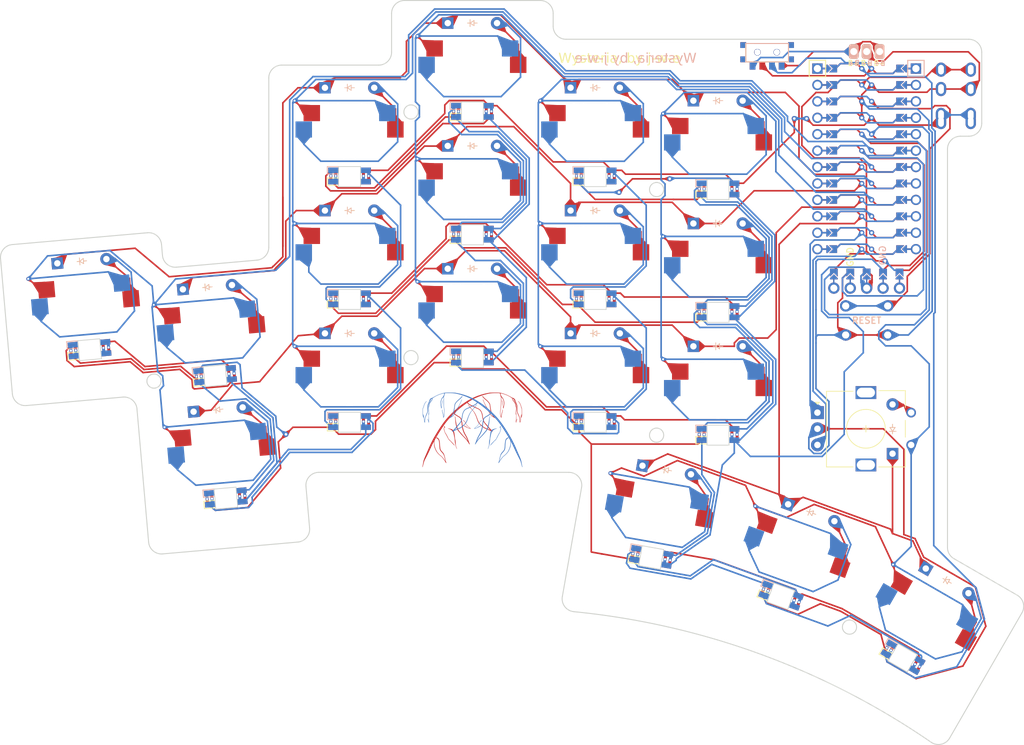
<source format=kicad_pcb>
(kicad_pcb (version 20221018) (generator pcbnew)
  (title_block (title "jwe") (rev "v1.0.0") (company "Unknown"))
  (layers (0 "F.Cu" signal) (31 "B.Cu" signal) (34 "B.Paste" user) (35 "F.Paste" user) (36 "B.SilkS" user "B.Silkscreen") (37 "F.SilkS" user "F.Silkscreen") (38 "B.Mask" user) (39 "F.Mask" user) (44 "Edge.Cuts" user))
  (net 0 "")
  (net 1 "pinkie_bottom")
  (net 2 "c_pinkie")
  (net 3 "pinkie_home")
  (net 4 "pinkie_top")
  (net 5 "ring_bottom")
  (net 6 "c_ring")
  (net 7 "ring_home")
  (net 8 "ring_top")
  (net 9 "middle_bottom")
  (net 10 "c_middle")
  (net 11 "middle_home")
  (net 12 "middle_top")
  (net 13 "index_bottom")
  (net 14 "c_index")
  (net 15 "index_home")
  (net 16 "index_top")
  (net 17 "inner_bottom")
  (net 18 "c_inner")
  (net 19 "inner_home")
  (net 20 "inner_top")
  (net 21 "tuckie_home")
  (net 22 "c_thumb")
  (net 23 "central_home")
  (net 24 "stretchie_home")
  (net 25 "VCC")
  (net 26 "LED_15")
  (net 27 "LED_16")
  (net 28 "GND")
  (net 29 "LED_17")
  (net 30 "LED_18")
  (net 31 "LED_14")
  (net 32 "LED_13")
  (net 33 "LED_12")
  (net 34 "LED_9")
  (net 35 "LED_10")
  (net 36 "LED_11")
  (net 37 "LED_8")
  (net 38 "LED_7")
  (net 39 "LED_6")
  (net 40 "LED_3")
  (net 41 "LED_4")
  (net 42 "LED_5")
  (net 43 "LED_2")
  (net 44 "LED_1")
  (net 45 "rotary_key")
  (net 46 "rot_clock")
  (net 47 "rot_anticlock")
  (net 48 "r_bottom")
  (net 49 "r_home")
  (net 50 "r_top")
  (net 51 "r_thumb")
  (net 52 "RAW")
  (net 53 "RST")
  (net 54 "P16")
  (net 55 "P10")
  (net 56 "led")
  (net 57 "data")
  (net 58 "mosi")
  (net 59 "sck")
  (net 60 "bat")
  (footprint "E73:SPDT_C128955" (layer "F.Cu") (at 181.997132 122.885148)
    (fp_text reference "T1" hide)
    (fp_text value "" hide)
  )
  (footprint "E73:SW_TACT_ALPS_SKQGABE010" (layer "F.Cu") (at 197.39713 164.385152)
    (fp_text reference "B1" hide)
    (fp_text value "" hide)
  )
  (footprint "WS2812B" (layer "F.Cu") (at 164.072307 201.062989 170)
    (fp_text reference "L9" hide)
    (fp_text value "SK6812Mini-e" hide)
    (fp_line (start -1.7 -1.55) (end -1.7 1.55) (stroke (width 0.12)) (layer "Edge.Cuts"))
    (fp_line (start -1.7 1.55) (end 1.7 1.55) (stroke (width 0.12)) (layer "Edge.Cuts"))
    (fp_line (start 1.7 -1.55) (end -1.7 -1.55) (stroke (width 0.12)) (layer "Edge.Cuts"))
    (fp_line (start 1.7 1.55) (end 1.7 -1.55) (stroke (width 0.12)) (layer "Edge.Cuts"))
  )
  (footprint "ComboDiode" (layer "F.Cu") (at 166.459965 187.521886 -10)
    (fp_text reference "D16" hide)
    (fp_text value "" hide)
  )
  (footprint "MX" (layer "F.Cu") (at 117.397138 156.385149)
    (fp_text reference "S5" hide)
    (fp_text value "" hide)
  )
  (footprint "MX" (layer "F.Cu") (at 117.397138 175.385156)
    (fp_text reference "S4" hide)
    (fp_text value "" hide)
  )
  (footprint "ComboDiode" (layer "F.Cu") (at 117.397137 147.385148)
    (fp_text reference "D5" hide)
    (fp_text value "" hide)
  )
  (footprint "MX" (layer "F.Cu") (at 155.397134 137.385153)
    (fp_text reference "S12" hide)
    (fp_text value "" hide)
  )
  (footprint "VIA-0.6mm" (layer "F.Cu") (at 165.897135 132.385151)
    (fp_text reference "REF**" hide)
    (fp_text value "VIA-0.6mm" hide)
  )
  (footprint "WS2812B" (layer "F.Cu") (at 96.604727 172.938022 -175)
    (fp_text reference "L9" hide)
    (fp_text value "SK6812Mini-e" hide)
    (fp_line (start -1.7 -1.55) (end -1.7 1.55) (stroke (width 0.12)) (layer "Edge.Cuts"))
    (fp_line (start -1.7 1.55) (end 1.7 1.55) (stroke (width 0.12)) (layer "Edge.Cuts"))
    (fp_line (start 1.7 -1.55) (end -1.7 -1.55) (stroke (width 0.12)) (layer "Edge.Cuts"))
    (fp_line (start 1.7 1.55) (end 1.7 -1.55) (stroke (width 0.12)) (layer "Edge.Cuts"))
  )
  (footprint "WS2812B" (layer "F.Cu") (at 98.260682 191.865714 -175)
    (fp_text reference "L9" hide)
    (fp_text value "SK6812Mini-e" hide)
    (fp_line (start -1.7 -1.55) (end -1.7 1.55) (stroke (width 0.12)) (layer "Edge.Cuts"))
    (fp_line (start -1.7 1.55) (end 1.7 1.55) (stroke (width 0.12)) (layer "Edge.Cuts"))
    (fp_line (start 1.7 -1.55) (end -1.7 -1.55) (stroke (width 0.12)) (layer "Edge.Cuts"))
    (fp_line (start 1.7 1.55) (end 1.7 -1.55) (stroke (width 0.12)) (layer "Edge.Cuts"))
  )
  (footprint "VIA-0.6mm" (layer "F.Cu") (at 157.741806 188.015487 -10)
    (fp_text reference "REF**" hide)
    (fp_text value "VIA-0.6mm" hide)
  )
  (footprint "VIA-0.6mm" (layer "F.Cu") (at 165.897135 170.385145)
    (fp_text reference "REF**" hide)
    (fp_text value "VIA-0.6mm" hide)
  )
  (footprint "ComboDiode" (layer "F.Cu") (at 174.397136 149.385156)
    (fp_text reference "D14" hide)
    (fp_text value "" hide)
  )
  (footprint "VIA-0.6mm" (layer "F.Cu") (at 127.897128 158.385149)
    (fp_text reference "REF**" hide)
    (fp_text value "VIA-0.6mm" hide)
  )
  (footprint "ComboDiode" (layer "F.Cu") (at 117.397134 166.385156)
    (fp_text reference "D4" hide)
    (fp_text value "" hide)
  )
  (footprint "ComboDiode" (layer "F.Cu") (at 136.397136 137.385154)
    (fp_text reference "D8" hide)
    (fp_text value "" hide)
  )
  (footprint "VIA-0.6mm" (layer "F.Cu") (at 108.897133 149.385148)
    (fp_text reference "REF**" hide)
    (fp_text value "VIA-0.6mm" hide)
  )
  (footprint "MX" (layer "F.Cu") (at 174.397139 139.385155)
    (fp_text reference "S15" hide)
    (fp_text value "" hide)
  )
  (footprint "WS2812B" (layer "F.Cu") (at 155.397134 161.135151 180)
    (fp_text reference "L9" hide)
    (fp_text value "SK6812Mini-e" hide)
    (fp_line (start -1.7 -1.55) (end -1.7 1.55) (stroke (width 0.12)) (layer "Edge.Cuts"))
    (fp_line (start -1.7 1.55) (end 1.7 1.55) (stroke (width 0.12)) (layer "Edge.Cuts"))
    (fp_line (start 1.7 -1.55) (end -1.7 -1.55) (stroke (width 0.12)) (layer "Edge.Cuts"))
    (fp_line (start 1.7 1.55) (end 1.7 -1.55) (stroke (width 0.12)) (layer "Edge.Cuts"))
  )
  (footprint "VIA-0.6mm" (layer "F.Cu") (at 146.897136 149.385156)
    (fp_text reference "REF**" hide)
    (fp_text value "VIA-0.6mm" hide)
  )
  (footprint "VIA-0.6mm" (layer "F.Cu") (at 88.768954 180.90125 5)
    (fp_text reference "REF**" hide)
    (fp_text value "VIA-0.6mm" hide)
  )
  (footprint "ComboDiode" (layer "F.Cu") (at 95.406339 159.240342 5)
    (fp_text reference "D2" hide)
    (fp_text value "" hide)
  )
  (footprint "MX" (layer "F.Cu") (at 164.897131 196.385151 -10)
    (fp_text reference "S16" hide)
    (fp_text value "" hide)
  )
  (footprint "MX" (layer "F.Cu") (at 136.397142 165.385159)
    (fp_text reference "S7" hide)
    (fp_text value "" hide)
  )
  (footprint "MX" (layer "F.Cu") (at 97.846696 187.133792 5)
    (fp_text reference "S1" hide)
    (fp_text value "" hide)
  )
  (footprint "MX" (layer "F.Cu") (at 205.341807 212.463943 -30)
    (fp_text reference "S18" hide)
    (fp_text value "" hide)
  )
  (footprint "lib:bat" (layer "F.Cu") (at 197.397132 122.785149)
    (fp_text reference "JST1" hide)
    (fp_text value "" hide)
  )
  (footprint "VIA-0.6mm" (layer "F.Cu") (at 165.897132 151.38515)
    (fp_text reference "REF**" hide)
    (fp_text value "VIA-0.6mm" hide)
  )
  (footprint "ComboDiode" (layer "F.Cu") (at 136.397137 156.385151)
    (fp_text reference "D7" hide)
    (fp_text value "" hide)
  )
  (footprint "MX" (layer "F.Cu") (at 136.397126 127.385152)
    (fp_text reference "S9" hide)
    (fp_text value "" hide)
  )
  (footprint "MX" (layer "F.Cu") (at 155.397131 156.385154)
    (fp_text reference "S11" hide)
    (fp_text value "" hide)
  )
  (footprint "VIA-0.6mm" (layer "F.Cu") (at 127.897133 139.38515)
    (fp_text reference "REF**" hide)
    (fp_text value "VIA-0.6mm" hide)
  )
  (footprint "ComboDiode" (layer "F.Cu") (at 75.981848 155.217988 5)
    (fp_text reference "D3" hide)
    (fp_text value "" hide)
  )
  (footprint "MX" (layer "F.Cu") (at 174.397131 177.385148)
    (fp_text reference "S13" hide)
    (fp_text value "" hide)
  )
  (footprint "WS2812B" (layer "F.Cu") (at 136.397127 170.135153 180)
    (fp_text reference "L9" hide)
    (fp_text value "SK6812Mini-e" hide)
    (fp_line (start -1.7 -1.55) (end -1.7 1.55) (stroke (width 0.12)) (layer "Edge.Cuts"))
    (fp_line (start -1.7 1.55) (end 1.7 1.55) (stroke (width 0.12)) (layer "Edge.Cuts"))
    (fp_line (start 1.7 -1.55) (end -1.7 -1.55) (stroke (width 0.12)) (layer "Edge.Cuts"))
    (fp_line (start 1.7 1.55) (end 1.7 -1.55) (stroke (width 0.12)) (layer "Edge.Cuts"))
  )
  (footprint "MX" (layer "F.Cu") (at 136.397129 146.385153)
    (fp_text reference "S8" hide)
    (fp_text value "" hide)
  )
  (footprint "MX" (layer "F.Cu") (at 155.39713 175.385152)
    (fp_text reference "S10" hide)
    (fp_text value "" hide)
  )
  (footprint "WS2812B" (layer "F.Cu") (at 202.966805 216.577559 150)
    (fp_text reference "L9" hide)
    (fp_text value "SK6812Mini-e" hide)
    (fp_line (start -1.7 -1.55) (end -1.7 1.55) (stroke (width 0.12)) (layer "Edge.Cuts"))
    (fp_line (start -1.7 1.55) (end 1.7 1.55) (stroke (width 0.12)) (layer "Edge.Cuts"))
    (fp_line (start 1.7 -1.55) (end -1.7 -1.55) (stroke (width 0.12)) (layer "Edge.Cuts"))
    (fp_line (start 1.7 1.55) (end 1.7 -1.55) (stroke (width 0.12)) (layer "Edge.Cuts"))
  )
  (footprint "rotary_encoder" (layer "F.Cu") (at 197.397133 181.185147)
    (fp_text reference "ROT1" hide)
    (fp_text value "")
  )
  (footprint "MX" (layer "F.Cu") (at 76.766254 164.183737 5)
    (fp_text reference "S3" hide)
    (fp_text value "" hide)
  )
  (footprint "VIA-0.6mm" (layer "F.Cu") (at 180.150279 193.10489 -20)
    (fp_text reference "REF**" hide)
    (fp_text value "VIA-0.6mm" hide)
  )
  (footprint "WS2812B" (layer "F.Cu") (at 174.39713 144.135152 180)
    (fp_text reference "L9" hide)
    (fp_text value "SK6812Mini-e" hide)
    (fp_line (start -1.7 -1.55) (end -1.7 1.55) (stroke (width 0.12)) (layer "Edge.Cuts"))
    (fp_line (start -1.7 1.55) (end 1.7 1.55) (stroke (width 0.12)) (layer "Edge.Cuts"))
    (fp_line (start 1.7 -1.55) (end -1.7 -1.55) (stroke (width 0.12)) (layer "Edge.Cuts"))
    (fp_line (start 1.7 1.55) (end 1.7 -1.55) (stroke (width 0.12)) (layer "Edge.Cuts"))
  )
  (footprint "ComboDiode" (layer "F.Cu") (at 188.821698 194.132673 -20)
    (fp_text reference "D17" hide)
    (fp_text value "" hide)
  )
  (footprint "WS2812B" (layer "F.Cu") (at 136.397128 132.135158 180)
    (fp_text reference "L9" hide)
    (fp_text value "SK6812Mini-e" hide)
    (fp_line (start -1.7 -1.55) (end -1.7 1.55) (stroke (width 0.12)) (layer "Edge.Cuts"))
    (fp_line (start -1.7 1.55) (end 1.7 1.55) (stroke (width 0.12)) (layer "Edge.Cuts"))
    (fp_line (start 1.7 -1.55) (end -1.7 -1.55) (stroke (width 0.12)) (layer "Edge.Cuts"))
    (fp_line (start 1.7 1.55) (end 1.7 -1.55) (stroke (width 0.12)) (layer "Edge.Cuts"))
  )
  (footprint "WS2812B" (layer "F.Cu") (at 174.397129 182.13515 180)
    (fp_text reference "L9" hide)
    (fp_text value "SK6812Mini-e" hide)
    (fp_line (start -1.7 -1.55) (end -1.7 1.55) (stroke (width 0.12)) (layer "Edge.Cuts"))
    (fp_line (start -1.7 1.55) (end 1.7 1.55) (stroke (width 0.12)) (layer "Edge.Cuts"))
    (fp_line (start 1.7 -1.55) (end -1.7 -1.55) (stroke (width 0.12)) (layer "Edge.Cuts"))
    (fp_line (start 1.7 1.55) (end 1.7 -1.55) (stroke (width 0.12)) (layer "Edge.Cuts"))
  )
  (footprint "WS2812B" (layer "F.Cu") (at 77.180249 168.915667 -175)
    (fp_text reference "L9" hide)
    (fp_text value "SK6812Mini-e" hide)
    (fp_line (start -1.7 -1.55) (end -1.7 1.55) (stroke (width 0.12)) (layer "Edge.Cuts"))
    (fp_line (start -1.7 1.55) (end 1.7 1.55) (stroke (width 0.12)) (layer "Edge.Cuts"))
    (fp_line (start 1.7 -1.55) (end -1.7 -1.55) (stroke (width 0.12)) (layer "Edge.Cuts"))
    (fp_line (start 1.7 1.55) (end 1.7 -1.55) (stroke (width 0.12)) (layer "Edge.Cuts"))
  )
  (footprint "ComboDiode" (layer "F.Cu") (at 174.397137 168.385155)
    (fp_text reference "D13" hide)
    (fp_text value "" hide)
  )
  (footprint "E73:SPDT_C128955" (layer "F.Cu") (at 181.997132 122.885148)
    (fp_text reference "T2" hide)
    (fp_text value "" hide)
  )
  (footprint "ComboDiode" (layer "F.Cu") (at 201.397131 181.185149 90)
    (fp_text reference "D19" hide)
    (fp_text value "" hide)
  )
  (footprint "WS2812B" (layer "F.Cu") (at 174.397137 163.135155 180)
    (fp_text reference "L9" hide)
    (fp_text value "SK6812Mini-e" hide)
    (fp_line (start -1.7 -1.55) (end -1.7 1.55) (stroke (width 0.12)) (layer "Edge.Cuts"))
    (fp_line (start -1.7 1.55) (end 1.7 1.55) (stroke (width 0.12)) (layer "Edge.Cuts"))
    (fp_line (start 1.7 -1.55) (end -1.7 -1.55) (stroke (width 0.12)) (layer "Edge.Cuts"))
    (fp_line (start 1.7 1.55) (end 1.7 -1.55) (stroke (width 0.12)) (layer "Edge.Cuts"))
  )
  (footprint "TRRS-PJ-320A-dual" (layer "F.Cu") (at 213.497129 122.385154)
    (fp_text reference "TRRS1")
    (fp_text value "TRRS-PJ-320A-dual")
  )
  (footprint "WS2812B" (layer "F.Cu") (at 155.397133 180.135154 180)
    (fp_text reference "L9" hide)
    (fp_text value "SK6812Mini-e" hide)
    (fp_line (start -1.7 -1.55) (end -1.7 1.55) (stroke (width 0.12)) (layer "Edge.Cuts"))
    (fp_line (start -1.7 1.55) (end 1.7 1.55) (stroke (width 0.12)) (layer "Edge.Cuts"))
    (fp_line (start 1.7 -1.55) (end -1.7 -1.55) (stroke (width 0.12)) (layer "Edge.Cuts"))
    (fp_line (start 1.7 1.55) (end 1.7 -1.55) (stroke (width 0.12)) (layer "Edge.Cuts"))
  )
  (footprint "combo_display" (layer "F.Cu") (at 197.397129 159.385153)
    (fp_text reference "SCREEN1" hide)
    (fp_text value "")
  )
  (footprint "VIA-0.6mm" (layer "F.Cu") (at 67.688512 157.951203 5)
    (fp_text reference "REF**" hide)
    (fp_text value "VIA-0.6mm" hide)
  )
  (footprint "ComboDiode" (layer "F.Cu") (at 97.062294 178.16804 5)
    (fp_text reference "D1" hide)
    (fp_text value "" hide)
  )
  (footprint "VIA-0.6mm" (layer "F.Cu") (at 146.897138 130.385151)
    (fp_text reference "REF**" hide)
    (fp_text value "VIA-0.6mm" hide)
  )
  (footprint "MX" (layer "F.Cu") (at 96.190743 168.206089 5)
    (fp_text reference "S2" hide)
    (fp_text value "" hide)
  )
  (footprint "VIA-0.6mm" (layer "F.Cu") (at 87.113006 161.973553 5)
    (fp_text reference "REF**" hide)
    (fp_text value "VIA-0.6mm" hide)
  )
  (footprint "ComboDiode" (layer "F.Cu") (at 155.397135 166.385146)
    (fp_text reference "D10" hide)
    (fp_text value "" hide)
  )
  (footprint "VIA-0.6mm" (layer "F.Cu") (at 127.897139 120.385153)
    (fp_text reference "REF**" hide)
    (fp_text value "VIA-0.6mm" hide)
  )
  (footprint "VIA-0.6mm" (layer "F.Cu") (at 201.480586 202.151761 -30)
    (fp_text reference "REF**" hide)
    (fp_text value "VIA-0.6mm" hide)
  )
  (footprint "E73:SW_TACT_ALPS_SKQGABE010" (layer "F.Cu") (at 197.39713 164.385152)
    (fp_text reference "B2" hide)
    (fp_text value "" hide)
  )
  (footprint "WS2812B" (layer "F.Cu") (at 117.397125 142.135154 180)
    (fp_text reference "L9" hide)
    (fp_text value "SK6812Mini-e" hide)
    (fp_line (start -1.7 -1.55) (end -1.7 1.55) (stroke (width 0.12)) (layer "Edge.Cuts"))
    (fp_line (start -1.7 1.55) (end 1.7 1.55) (stroke (width 0.12)) (layer "Edge.Cuts"))
    (fp_line (start 1.7 -1.55) (end -1.7 -1.55) (stroke (width 0.12)) (layer "Edge.Cuts"))
    (fp_line (start 1.7 1.55) (end 1.7 -1.55) (stroke (width 0.12)) (layer "Edge.Cuts"))
  )
  (footprint "ComboDiode" (layer "F.Cu") (at 117.397136 128.385148)
    (fp_text reference "D6" hide)
    (fp_text value "" hide)
  )
  (footprint "VIA-0.6mm" (layer "F.Cu") (at 108.897137 168.385157)
    (fp_text reference "REF**" hide)
    (fp_text value "VIA-0.6mm" hide)
  )
  (footprint "WS2812B" (layer "F.Cu") (at 155.397134 142.135157 180)
    (fp_text reference "L9" hide)
    (fp_text value "SK6812Mini-e" hide)
    (fp_line (start -1.7 -1.55) (end -1.7 1.55) (stroke (width 0.12)) (layer "Edge.Cuts"))
    (fp_line (start -1.7 1.55) (end 1.7 1.55) (stroke (width 0.12)) (layer "Edge.Cuts"))
    (fp_line (start 1.7 -1.55) (end -1.7 -1.55) (stroke (width 0.12)) (layer "Edge.Cuts"))
    (fp_line (start 1.7 1.55) (end 1.7 -1.55) (stroke (width 0.12)) (layer "Edge.Cuts"))
  )
  (footprint "WS2812B" (layer "F.Cu") (at 136.397136 151.135148 180)
    (fp_text reference "L9" hide)
    (fp_text value "SK6812Mini-e" hide)
    (fp_line (start -1.7 -1.55) (end -1.7 1.55) (stroke (width 0.12)) (layer "Edge.Cuts"))
    (fp_line (start -1.7 1.55) (end 1.7 1.55) (stroke (width 0.12)) (layer "Edge.Cuts"))
    (fp_line (start 1.7 -1.55) (end -1.7 -1.55) (stroke (width 0.12)) (layer "Edge.Cuts"))
    (fp_line (start 1.7 1.55) (end 1.7 -1.55) (stroke (width 0.12)) (layer "Edge.Cuts"))
  )
  (footprint "ComboDiode" (layer "F.Cu") (at 136.397131 118.385147)
    (fp_text reference "D9" hide)
    (fp_text value "" hide)
  )
  (footprint "ComboDiode" (layer "F.Cu") (at 155.39713 147.385153)
    (fp_text reference "D11" hide)
    (fp_text value "" hide)
  )
  (footprint "VIA-0.6mm" (layer "F.Cu") (at 146.89714 168.385148)
    (fp_text reference "REF**" hide)
    (fp_text value "VIA-0.6mm" hide)
  )
  (footprint "ComboDiode" (layer "F.Cu") (at 155.397132 128.38515)
    (fp_text reference "D12" hide)
    (fp_text value "" hide)
  )
  (footprint "MX" (layer "F.Cu") (at 117.397132 137.385152)
    (fp_text reference "S6" hide)
    (fp_text value "" hide)
  )
  (footprint "MX" (layer "F.Cu") (at 185.74352 202.589913 -20)
    (fp_text reference "S17" hide)
    (fp_text value "" hide)
  )
  (footprint "ComboDiode" (layer "F.Cu") (at 174.397137 130.385153)
    (fp_text reference "D15" hide)
    (fp_text value "" hide)
  )
  (footprint "WS2812B" (layer "F.Cu") (at 117.39714 180.13515 180)
    (fp_text reference "L9" hide)
    (fp_text value "SK6812Mini-e" hide)
    (fp_line (start -1.7 -1.55) (end -1.7 1.55) (stroke (width 0.12)) (layer "Edge.Cuts"))
    (fp_line (start -1.7 1.55) (end 1.7 1.55) (stroke (width 0.12)) (layer "Edge.Cuts"))
    (fp_line (start 1.7 -1.55) (end -1.7 -1.55) (stroke (width 0.12)) (layer "Edge.Cuts"))
    (fp_line (start 1.7 1.55) (end 1.7 -1.55) (stroke (width 0.12)) (layer "Edge.Cuts"))
  )
  (footprint "VIA-0.6mm" (layer "F.Cu") (at 108.897137 130.385144)
    (fp_text reference "REF**" hide)
    (fp_text value "VIA-0.6mm" hide)
  )
  (footprint "ComboDiode" (layer "F.Cu") (at 209.841805 204.66971 -30)
    (fp_text reference "D18" hide)
    (fp_text value "" hide)
  )
  (footprint "WS2812B" (layer "F.Cu") (at 184.118922 207.053454 160)
    (fp_text reference "L9" hide)
    (fp_text value "SK6812Mini-e" hide)
    (fp_line (start -1.7 -1.55) (end -1.7 1.55) (stroke (width 0.12)) (layer "Edge.Cuts"))
    (fp_line (start -1.7 1.55) (end 1.7 1.55) (stroke (width 0.12)) (layer "Edge.Cuts"))
    (fp_line (start 1.7 -1.55) (end -1.7 -1.55) (stroke (width 0.12)) (layer "Edge.Cuts"))
    (fp_line (start 1.7 1.55) (end 1.7 -1.55) (stroke (width 0.12)) (layer "Edge.Cuts"))
  )
  (footprint "ProMicro" (layer "F.Cu") (at 197.397138 139.385152 -90)
    (fp_text reference "_1" hide)
    (fp_text value "")
  )
  (footprint "WS2812B" (layer "F.Cu") (at 117.397138 161.135149 180)
    (fp_text reference "L9" hide)
    (fp_text value "SK6812Mini-e" hide)
    (fp_line (start -1.7 -1.55) (end -1.7 1.55) (stroke (width 0.12)) (layer "Edge.Cuts"))
    (fp_line (start -1.7 1.55) (end 1.7 1.55) (stroke (width 0.12)) (layer "Edge.Cuts"))
    (fp_line (start 1.7 -1.55) (end -1.7 -1.55) (stroke (width 0.12)) (layer "Edge.Cuts"))
    (fp_line (start 1.7 1.55) (end 1.7 -1.55) (stroke (width 0.12)) (layer "Edge.Cuts"))
  )
  (footprint "MX" (layer "F.Cu") (at 174.397134 158.38515)
    (fp_text reference "S14" hide)
    (fp_text value "" hide)
  )
  (footprint "output v0.2 as printed:Wysteria" (layer "F.Cu") (at 136.397133 181.385156)
    (fp_text reference "D20" hide)
    (fp_text value "" hide)
  )
  (footprint "output v0.2 as printed:Wysteria" (layer "B.Cu") (at 136.397133 181.385156 180)
    (fp_text reference "D20" hide)
    (fp_text value "" hide)
  )
  (gr_arc (start 104.897138 153.063968) (mid 104.371662 154.415128) (end 103.071443 155.056357) (stroke (width 0.15)) (layer "Edge.Cuts"))
  (gr_line (start 210.233382 228.991469) (end 221.41713 209.620679) (stroke (width 0.15)) (layer "Edge.Cuts"))
  (gr_arc (start 220.685076 206.888617) (mid 221.61699 208.103027) (end 221.41713 209.620679) (stroke (width 0.15)) (layer "Edge.Cuts"))
  (gr_line (start 110.650414 190.059461) (end 111.214269 196.504392) (stroke (width 0.15)) (layer "Edge.Cuts"))
  (gr_arc (start 90.61842 156.145859) (mid 89.158569 155.685521) (end 88.451712 154.327781) (stroke (width 0.15)) (layer "Edge.Cuts"))
  (gr_arc (start 123.897132 116.885153) (mid 124.482949 115.470946) (end 125.897137 114.885153) (stroke (width 0.15)) (layer "Edge.Cuts"))
  (gr_circle (center 87.140873 173.766) (end 88.240885 173.765994) (stroke (width 0.15)) (fill none) (layer "Edge.Cuts"))
  (gr_arc (start 210.897127 201.237557) (mid 210.165089 200.505497) (end 209.897138 199.505502) (stroke (width 0.15)) (layer "Edge.Cuts"))
  (gr_circle (center 126.897136 170.135155) (end 127.997138 170.135152) (stroke (width 0.15)) (fill none) (layer "Edge.Cuts"))
  (gr_line (start 63.398687 154.813139) (end 65.228954 175.733229) (stroke (width 0.15)) (layer "Edge.Cuts"))
  (gr_arc (start 123.897138 122.885155) (mid 123.311414 124.299444) (end 121.897134 124.885151) (stroke (width 0.15)) (layer "Edge.Cuts"))
  (gr_line (start 104.897139 153.063973) (end 104.897126 126.885154) (stroke (width 0.15)) (layer "Edge.Cuts"))
  (gr_line (start 106.897132 124.885153) (end 121.897134 124.885151) (stroke (width 0.15)) (layer "Edge.Cuts"))
  (gr_line (start 88.476107 200.501361) (end 109.39619 198.671088) (stroke (width 0.15)) (layer "Edge.Cuts"))
  (gr_arc (start 213.197145 120.885151) (mid 214.6114 121.470889) (end 215.197132 122.885149) (stroke (width 0.15)) (layer "Edge.Cuts"))
  (gr_line (start 67.395655 177.551303) (end 82.338568 176.243975) (stroke (width 0.15)) (layer "Edge.Cuts"))
  (gr_line (start 210.897127 201.237557) (end 220.685076 206.888617) (stroke (width 0.15)) (layer "Edge.Cuts"))
  (gr_arc (start 210.233383 228.991468) (mid 208.942099 229.942337) (end 207.367422 229.63897) (stroke (width 0.15)) (layer "Edge.Cuts"))
  (gr_arc (start 86.136858 150.816175) (mid 87.596708 151.2765) (end 88.303559 152.634254) (stroke (width 0.15)) (layer "Edge.Cuts"))
  (gr_line (start 125.897137 114.885153) (end 146.897125 114.885146) (stroke (width 0.15)) (layer "Edge.Cuts"))
  (gr_arc (start 104.897126 126.885154) (mid 105.482913 125.470915) (end 106.897132 124.885153) (stroke (width 0.15)) (layer "Edge.Cuts"))
  (gr_line (start 150.897141 120.885153) (end 213.197145 120.885151) (stroke (width 0.15)) (layer "Edge.Cuts"))
  (gr_circle (center 126.897131 132.135149) (end 127.997126 132.135151) (stroke (width 0.15)) (fill none) (layer "Edge.Cuts"))
  (gr_line (start 84.505276 178.062058) (end 86.309405 198.683281) (stroke (width 0.15)) (layer "Edge.Cuts"))
  (gr_arc (start 215.197132 133.885148) (mid 214.611377 135.299371) (end 213.197137 135.885154) (stroke (width 0.15)) (layer "Edge.Cuts"))
  (gr_line (start 211.897137 135.885157) (end 213.197137 135.885154) (stroke (width 0.15)) (layer "Edge.Cuts"))
  (gr_line (start 112.642804 187.885151) (end 151.319576 187.88515) (stroke (width 0.15)) (layer "Edge.Cuts"))
  (gr_line (start 150.314603 207.102162) (end 153.289192 190.232445) (stroke (width 0.15)) (layer "Edge.Cuts"))
  (gr_arc (start 152.088814 209.43989) (mid 181.009882 216.031641) (end 207.367422 229.63897) (stroke (width 0.15)) (layer "Edge.Cuts"))
  (gr_line (start 88.303559 152.634254) (end 88.451712 154.327781) (stroke (width 0.15)) (layer "Edge.Cuts"))
  (gr_line (start 90.618412 156.145858) (end 103.071443 155.056357) (stroke (width 0.15)) (layer "Edge.Cuts"))
  (gr_line (start 209.897138 199.505502) (end 209.897139 137.885154) (stroke (width 0.15)) (layer "Edge.Cuts"))
  (gr_arc (start 82.338572 176.243974) (mid 83.798485 176.704235) (end 84.505276 178.062058) (stroke (width 0.15)) (layer "Edge.Cuts"))
  (gr_arc (start 110.650414 190.059461) (mid 111.168254 188.533976) (end 112.642804 187.885151) (stroke (width 0.15)) (layer "Edge.Cuts"))
  (gr_arc (start 88.476107 200.501362) (mid 87.016261 200.041019) (end 86.309405 198.683281) (stroke (width 0.15)) (layer "Edge.Cuts"))
  (gr_arc (start 111.214279 196.50439) (mid 110.753958 197.96425) (end 109.39619 198.671088) (stroke (width 0.15)) (layer "Edge.Cuts"))
  (gr_arc (start 63.39868 154.813139) (mid 63.85896 153.353225) (end 65.216768 152.646443) (stroke (width 0.15)) (layer "Edge.Cuts"))
  (gr_arc (start 151.319573 187.885154) (mid 152.851721 188.599535) (end 153.289192 190.232445) (stroke (width 0.15)) (layer "Edge.Cuts"))
  (gr_circle (center 164.897134 144.135149) (end 165.997137 144.135155) (stroke (width 0.15)) (fill none) (layer "Edge.Cuts"))
  (gr_line (start 65.216768 152.646443) (end 86.136852 150.816171) (stroke (width 0.15)) (layer "Edge.Cuts"))
  (gr_line (start 215.197132 133.885148) (end 215.197132 122.885149) (stroke (width 0.15)) (layer "Edge.Cuts"))
  (gr_arc (start 146.897125 114.885146) (mid 148.311338 115.470939) (end 148.897129 116.885153) (stroke (width 0.15)) (layer "Edge.Cuts"))
  (gr_arc (start 150.897141 120.885153) (mid 149.482912 120.299376) (end 148.897133 118.885151) (stroke (width 0.15)) (layer "Edge.Cuts"))
  (gr_arc (start 152.088816 209.439891) (mid 150.691085 208.658564) (end 150.314603 207.102162) (stroke (width 0.15)) (layer "Edge.Cuts"))
  (gr_line (start 148.897129 116.885153) (end 148.897133 118.885151) (stroke (width 0.15)) (layer "Edge.Cuts"))
  (gr_arc (start 67.395656 177.551307) (mid 65.935796 177.090982) (end 65.228954 175.733229) (stroke (width 0.15)) (layer "Edge.Cuts"))
  (gr_line (start 123.897138 122.885155) (end 123.897132 116.885153) (stroke (width 0.15)) (layer "Edge.Cuts"))
  (gr_circle (center 164.897126 182.135151) (end 165.99713 182.135152) (stroke (width 0.15)) (fill none) (layer "Edge.Cuts"))
  (gr_arc (start 209.897139 137.885154) (mid 210.482901 136.470928) (end 211.897137 135.885157) (stroke (width 0.15)) (layer "Edge.Cuts"))
  (gr_circle (center 194.739557 211.827562) (end 195.839574 211.827566) (stroke (width 0.15)) (fill none) (layer "Edge.Cuts"))
  (gr_text "Wysteria, by j-w-e" (at 152.180303 123.885153) (layer "B.SilkS") (effects (font (size 1.5 1.5)) (justify right mirror)))
  (gr_text "Wysteria, by j-w-e" (at 149.697141 123.885153) (layer "F.SilkS") (effects (font (size 1.5 1.5)) (justify left)))
  (segment (start 104.405769 180.813075) (end 100.8578 177.83598) (width 0.25) (layer "F.Cu") (net 1))
  (segment (start 104.683365 183.98596) (end 104.405769 180.813075) (width 0.25) (layer "F.Cu") (net 1))
  (segment (start 102.006874 177.735444) (end 100.8578 177.83598) (width 0.25) (layer "B.Cu") (net 1))
  (segment (start 105.205628 185.859253) (end 104.692002 179.988539) (width 0.25) (layer "B.Cu") (net 1))
  (segment (start 104.692002 179.988539) (end 102.006874 177.735444) (width 0.25) (layer "B.Cu") (net 1))
  (segment (start 93.625291 189.881067) (end 102.481029 189.106284) (width 0.25) (layer "B.Cu") (net 1))
  (segment (start 90.567288 185.220951) (end 90.765011 187.481008) (width 0.25) (layer "B.Cu") (net 1))
  (segment (start 90.765011 187.481008) (end 93.625291 189.881067) (width 0.25) (layer "B.Cu") (net 1))
  (segment (start 102.481029 189.106284) (end 105.205628 185.859253) (width 0.25) (layer "B.Cu") (net 1))
  (segment (start 89.928225 163.654582) (end 89.193031 163.718909) (width 0.25) (layer "F.Cu") (net 2))
  (segment (start 69.768538 159.696554) (end 67.688512 157.951203) (width 0.25) (layer "F.Cu") (net 2))
  (segment (start 70.50373 159.632237) (end 69.768538 159.696554) (width 0.25) (layer "F.Cu") (net 2))
  (segment (start 90.849004 182.646608) (end 88.768954 180.90125) (width 0.25) (layer "F.Cu") (net 2))
  (segment (start 89.193031 163.718909) (end 87.113006 161.973553) (width 0.25) (layer "F.Cu") (net 2))
  (segment (start 91.584178 182.582292) (end 90.849004 182.646608) (width 0.25) (layer "F.Cu") (net 2))
  (segment (start 88.613597 174.481645) (end 88.068169 175.131649) (width 0.25) (layer "B.Cu") (net 2))
  (segment (start 86.84028 162.298555) (end 87.715039 172.296912) (width 0.25) (layer "B.Cu") (net 2))
  (segment (start 88.068169 175.131649) (end 88.557423 180.723747) (width 0.25) (layer "B.Cu") (net 2))
  (segment (start 196.744138 136.700152) (end 198.159139 138.115152) (width 0.25) (layer "B.Cu") (net 2))
  (segment (start 185.146077 133.518884) (end 188.327348 136.700156) (width 0.25) (layer "B.Cu") (net 2))
  (segment (start 185.146081 132.814839) (end 185.146077 133.518884) (width 0.25) (layer "B.Cu") (net 2))
  (segment (start 90.4699 157.972966) (end 105.986354 156.615451) (width 0.25) (layer "B.Cu") (net 2))
  (segment (start 67.688512 157.951203) (end 70.667888 154.400519) (width 0.25) (layer "B.Cu") (net 2))
  (segment (start 101.56776 162.636256) (end 99.487721 160.890906) (width 0.25) (layer "B.Cu") (net 2))
  (segment (start 80.309453 153.556992) (end 86.857343 159.051326) (width 0.25) (layer "B.Cu") (net 2))
  (segment (start 111.740746 126.657653) (end 125.962459 126.657651) (width 0.25) (layer "B.Cu") (net 2))
  (segment (start 179.638892 127.30765) (end 185.146081 132.814839) (width 0.25) (layer "B.Cu") (net 2))
  (segment (start 141.318868 116.207653) (end 150.868872 125.757649) (width 0.25) (layer "B.Cu") (net 2))
  (segment (start 108.130547 154.471256) (end 108.13055 130.26785) (width 0.25) (layer "B.Cu") (net 2))
  (segment (start 105.986354 156.615451) (end 108.130547 154.471256) (width 0.25) (layer "B.Cu") (net 2))
  (segment (start 99.487721 160.890906) (end 87.113006 161.973553) (width 0.25) (layer "B.Cu") (net 2))
  (segment (start 126.540892 126.079221) (end 126.540891 120.221116) (width 0.25) (layer "B.Cu") (net 2))
  (segment (start 188.327348 136.700156) (end 196.744138 136.700152) (width 0.25) (layer "B.Cu") (net 2))
  (segment (start 88.478502 172.937539) (end 88.613597 174.481645) (width 0.25) (layer "B.Cu") (net 2))
  (segment (start 103.223715 181.563956) (end 101.143681 179.818597) (width 0.25) (layer "B.Cu") (net 2))
  (segment (start 101.143681 179.818597) (end 88.768954 180.90125) (width 0.25) (layer "B.Cu") (net 2))
  (segment (start 87.715039 172.296912) (end 88.478502 172.937539) (width 0.25) (layer "B.Cu") (net 2))
  (segment (start 168.541874 127.307651) (end 179.638892 127.30765) (width 0.25) (layer "B.Cu") (net 2))
  (segment (start 166.991876 125.757649) (end 168.541874 127.307651) (width 0.25) (layer "B.Cu") (net 2))
  (segment (start 126.540891 120.221116) (end 130.554355 116.207652) (width 0.25) (layer "B.Cu") (net 2))
  (segment (start 87.113006 161.973553) (end 90.4699 157.972966) (width 0.25) (layer "B.Cu") (net 2))
  (segment (start 108.13055 130.26785) (end 111.740746 126.657653) (width 0.25) (layer "B.Cu") (net 2))
  (segment (start 150.868872 125.757649) (end 166.991876 125.757649) (width 0.25) (layer "B.Cu") (net 2))
  (segment (start 86.857343 159.051326) (end 87.113006 161.973553) (width 0.25) (layer "B.Cu") (net 2))
  (segment (start 82.14328 158.613908) (end 80.063239 156.868552) (width 0.25) (layer "B.Cu") (net 2))
  (segment (start 87.113006 161.973553) (end 86.84028 162.298555) (width 0.25) (layer "B.Cu") (net 2))
  (segment (start 80.063239 156.868552) (end 67.688512 157.951203) (width 0.25) (layer "B.Cu") (net 2))
  (segment (start 70.667888 154.400519) (end 80.309453 153.556992) (width 0.25) (layer "B.Cu") (net 2))
  (segment (start 125.962459 126.657651) (end 126.540892 126.079221) (width 0.25) (layer "B.Cu") (net 2))
  (segment (start 130.554355 116.207652) (end 141.318868 116.207653) (width 0.25) (layer "B.Cu") (net 2))
  (segment (start 88.557423 180.723747) (end 88.768954 180.90125) (width 0.25) (layer "B.Cu") (net 2))
  (segment (start 102.749812 161.885373) (end 99.201845 158.908273) (width 0.25) (layer "F.Cu") (net 3))
  (segment (start 103.027405 165.058257) (end 102.749812 161.885373) (width 0.25) (layer "F.Cu") (net 3))
  (segment (start 89.109048 168.553299) (end 91.969335 170.95336) (width 0.25) (layer "B.Cu") (net 3))
  (segment (start 88.911321 166.293253) (end 89.109048 168.553299) (width 0.25) (layer "B.Cu") (net 3))
  (segment (start 91.969335 170.95336) (end 100.857283 170.175775) (width 0.25) (layer "B.Cu") (net 3))
  (segment (start 100.301105 158.812105) (end 99.201845 158.908273) (width 0.25) (layer "B.Cu") (net 3))
  (segment (start 103.552479 166.963764) (end 103.040398 161.110645) (width 0.25) (layer "B.Cu") (net 3))
  (segment (start 100.857283 170.175775) (end 103.552479 166.963764) (width 0.25) (layer "B.Cu") (net 3))
  (segment (start 103.040398 161.110645) (end 100.301105 158.812105) (width 0.25) (layer "B.Cu") (net 3))
  (segment (start 83.602921 161.035911) (end 83.325324 157.863028) (width 0.25) (layer "F.Cu") (net 4))
  (segment (start 83.325324 157.863028) (end 79.77735 154.885924) (width 0.25) (layer "F.Cu") (net 4))
  (segment (start 84.125177 162.909198) (end 83.599912 156.905451) (width 0.25) (layer "B.Cu") (net 4))
  (segment (start 69.684563 164.530951) (end 72.544847 166.931013) (width 0.25) (layer "B.Cu") (net 4))
  (segment (start 81.05946 154.773759) (end 79.77735 154.885924) (width 0.25) (layer "B.Cu") (net 4))
  (segment (start 81.400595 166.156243) (end 84.125177 162.909198) (width 0.25) (layer "B.Cu") (net 4))
  (segment (start 72.544847 166.931013) (end 81.400595 166.156243) (width 0.25) (layer "B.Cu") (net 4))
  (segment (start 83.599912 156.905451) (end 81.05946 154.773759) (width 0.25) (layer "B.Cu") (net 4))
  (segment (start 69.486842 162.270909) (end 69.684563 164.530951) (width 0.25) (layer "B.Cu") (net 4))
  (segment (start 124.482134 169.660146) (end 121.207141 166.385155) (width 0.25) (layer "F.Cu") (net 5))
  (segment (start 124.482139 172.845158) (end 124.482134 169.660146) (width 0.25) (layer "F.Cu") (net 5))
  (segment (start 110.312136 175.11384) (end 112.952355 177.754055) (width 0.25) (layer "B.Cu") (net 5))
  (segment (start 124.839129 168.903478) (end 122.32081 166.385151) (width 0.25) (layer "B.Cu") (net 5))
  (segment (start 121.841919 177.754052) (end 124.839134 174.756835) (width 0.25) (layer "B.Cu") (net 5))
  (segment (start 110.312136 172.845151) (end 110.312136 175.11384) (width 0.25) (layer "B.Cu") (net 5))
  (segment (start 122.32081 166.385151) (end 121.207141 166.385155) (width 0.25) (layer "B.Cu") (net 5))
  (segment (start 124.839134 174.756835) (end 124.839129 168.903478) (width 0.25) (layer "B.Cu") (net 5))
  (segment (start 112.952355 177.754055) (end 121.841919 177.754052) (width 0.25) (layer "B.Cu") (net 5))
  (segment (start 111.555141 170.305147) (end 110.817136 170.305152) (width 0.25) (layer "F.Cu") (net 6))
  (segment (start 110.817136 170.305152) (end 108.897137 168.385157) (width 0.25) (layer "F.Cu") (net 6))
  (segment (start 111.555134 132.305148) (end 110.817137 132.305151) (width 0.25) (layer "F.Cu") (net 6))
  (segment (start 111.555139 151.30515) (end 110.817132 151.305157) (width 0.25) (layer "F.Cu") (net 6))
  (segment (start 110.817132 151.305157) (end 108.897133 149.385148) (width 0.25) (layer "F.Cu") (net 6))
  (segment (start 110.817137 132.305151) (end 108.897137 130.385144) (width 0.25) (layer "F.Cu") (net 6))
  (segment (start 108.597137 130.685152) (end 108.897137 130.385144) (width 0.25) (layer "B.Cu") (net 6))
  (segment (start 184.696081 133.001235) (end 184.696076 135.160432) (width 0.25) (layer "B.Cu") (net 6))
  (segment (start 121.319132 149.385151) (end 108.897133 149.385148) (width 0.25) (layer "B.Cu") (net 6))
  (segment (start 168.355474 127.757649) (end 179.452499 127.75765) (width 0.25) (layer "B.Cu") (net 6))
  (segment (start 196.835131 139.331145) (end 198.159129 140.655158) (width 0.25) (layer "B.Cu") (net 6))
  (segment (start 166.805481 126.207649) (end 168.355474 127.757649) (width 0.25) (layer "B.Cu") (net 6))
  (segment (start 112.174632 127.107655) (end 126.148855 127.10765) (width 0.25) (layer "B.Cu") (net 6))
  (segment (start 179.452499 127.75765) (end 184.696081 133.001235) (width 0.25) (layer "B.Cu") (net 6))
  (segment (start 126.148855 127.10765) (end 127.147137 126.10937) (width 0.25) (layer "B.Cu") (net 6))
  (segment (start 127.147137 126.10937) (end 127.14713 120.251269) (width 0.25) (layer "B.Cu") (net 6))
  (segment (start 108.897133 149.385148) (end 108.597135 149.085148) (width 0.25) (layer "B.Cu") (net 6))
  (segment (start 108.897137 168.385157) (end 108.597123 168.085151) (width 0.25) (layer "B.Cu") (net 6))
  (segment (start 108.597123 168.085151) (end 108.597129 149.68515) (width 0.25) (layer "B.Cu") (net 6))
  (segment (start 150.682479 126.207649) (end 166.805481 126.207649) (width 0.25) (layer "B.Cu") (net 6))
  (segment (start 108.597135 149.085148) (end 108.597137 130.685152) (width 0.25) (layer "B.Cu") (net 6))
  (segment (start 130.740752 116.657652) (end 141.13247 116.657653) (width 0.25) (layer "B.Cu") (net 6))
  (segment (start 108.597129 149.68515) (end 108.897133 149.385148) (width 0.25) (layer "B.Cu") (net 6))
  (segment (start 123.239138 132.305154) (end 121.319131 130.385148) (width 0.25) (layer "B.Cu") (net 6))
  (segment (start 141.13247 116.657653) (end 150.682479 126.207649) (width 0.25) (layer "B.Cu") (net 6))
  (segment (start 184.696076 135.160432) (end 188.866815 139.331153) (width 0.25) (layer "B.Cu") (net 6))
  (segment (start 188.866815 139.331153) (end 196.835131 139.331145) (width 0.25) (layer "B.Cu") (net 6))
  (segment (start 123.239139 170.305156) (end 121.319138 168.38515) (width 0.25) (layer "B.Cu") (net 6))
  (segment (start 108.897137 130.385144) (end 112.174632 127.107655) (width 0.25) (layer "B.Cu") (net 6))
  (segment (start 123.239135 151.305153) (end 121.319132 149.385151) (width 0.25) (layer "B.Cu") (net 6))
  (segment (start 127.14713 120.251269) (end 130.740752 116.657652) (width 0.25) (layer "B.Cu") (net 6))
  (segment (start 121.319131 130.385148) (end 108.897137 130.385144) (width 0.25) (layer "B.Cu") (net 6))
  (segment (start 121.319138 168.38515) (end 108.897137 168.385157) (width 0.25) (layer "B.Cu") (net 6))
  (segment (start 124.482135 150.660151) (end 121.207133 147.385152) (width 0.25) (layer "F.Cu") (net 7))
  (segment (start 124.482132 153.845152) (end 124.482135 150.660151) (width 0.25) (layer "F.Cu") (net 7))
  (segment (start 124.839137 149.730157) (end 122.494132 147.38515) (width 0.25) (layer "B.Cu") (net 7))
  (segment (start 124.839134 155.756834) (end 124.839137 149.730157) (width 0.25) (layer "B.Cu") (net 7))
  (segment (start 111.091236 154.624256) (end 111.09124 156.892943) (width 0.25) (layer "B.Cu") (net 7))
  (segment (start 110.312129 153.845151) (end 111.091236 154.624256) (width 0.25) (layer "B.Cu") (net 7))
  (segment (start 111.09124 156.892943) (end 112.952361 158.754058) (width 0.25) (layer "B.Cu") (net 7))
  (segment (start 121.841916 158.754053) (end 124.839134 155.756834) (width 0.25) (layer "B.Cu") (net 7))
  (segment (start 112.952361 158.754058) (end 121.841916 158.754053) (width 0.25) (layer "B.Cu") (net 7))
  (segment (start 122.494132 147.38515) (end 121.207133 147.385152) (width 0.25) (layer "B.Cu") (net 7))
  (segment (start 124.482137 131.660148) (end 121.20713 128.38515) (width 0.25) (layer "F.Cu") (net 8))
  (segment (start 124.48213 134.845149) (end 124.482137 131.660148) (width 0.25) (layer "F.Cu") (net 8))
  (segment (start 121.841928 139.754055) (end 124.839139 136.756836) (width 0.25) (layer "B.Cu") (net 8))
  (segment (start 110.312135 134.845149) (end 110.312133 137.113837) (width 0.25) (layer "B.Cu") (net 8))
  (segment (start 124.839139 136.756836) (end 124.839137 130.903477) (width 0.25) (layer "B.Cu") (net 8))
  (segment (start 112.952349 139.754051) (end 121.841928 139.754055) (width 0.25) (layer "B.Cu") (net 8))
  (segment (start 110.312133 137.113837) (end 112.952349 139.754051) (width 0.25) (layer "B.Cu") (net 8))
  (segment (start 124.839137 130.903477) (end 122.320805 128.385154) (width 0.25) (layer "B.Cu") (net 8))
  (segment (start 122.320805 128.385154) (end 121.20713 128.38515) (width 0.25) (layer "B.Cu") (net 8))
  (segment (start 143.482133 162.84515) (end 143.482133 159.660149) (width 0.25) (layer "F.Cu") (net 9))
  (segment (start 143.482133 159.660149) (end 140.207137 156.385158) (width 0.25) (layer "F.Cu") (net 9))
  (segment (start 141.320816 156.385154) (end 140.207137 156.385158) (width 0.25) (layer "B.Cu") (net 9))
  (segment (start 143.839129 164.867376) (end 143.839126 158.903477) (width 0.25) (layer "B.Cu") (net 9))
  (segment (start 140.952449 167.754053) (end 143.839129 164.867376) (width 0.25) (layer "B.Cu") (net 9))
  (segment (start 129.312133 162.845148) (end 129.312127 165.113835) (width 0.25) (layer "B.Cu") (net 9))
  (segment (start 129.312127 165.113835) (end 131.952349 167.754052) (width 0.25) (layer "B.Cu") (net 9))
  (segment (start 143.839126 158.903477) (end 141.320816 156.385154) (width 0.25) (layer "B.Cu") (net 9))
  (segment (start 131.952349 167.754052) (end 140.952449 167.754053) (width 0.25) (layer "B.Cu") (net 9))
  (segment (start 129.817129 122.305149) (end 127.897139 120.385153) (width 0.25) (layer "F.Cu") (net 10))
  (segment (start 130.555138 160.305153) (end 129.81714 160.305149) (width 0.25) (layer "F.Cu") (net 10))
  (segment (start 130.555138 122.30515) (end 129.817129 122.305149) (width 0.25) (layer "F.Cu") (net 10))
  (segment (start 130.555139 141.305152) (end 129.817139 141.305154) (width 0.25) (layer "F.Cu") (net 10))
  (segment (start 129.81714 160.305149) (end 127.897128 158.385149) (width 0.25) (layer "F.Cu") (net 10))
  (segment (start 129.817139 141.305154) (end 127.897133 139.38515) (width 0.25) (layer "F.Cu") (net 10))
  (segment (start 168.169079 128.207649) (end 179.266096 128.207653) (width 0.25) (layer "B.Cu") (net 10))
  (segment (start 127.597137 130.561483) (end 128.199181 131.163527) (width 0.25) (layer "B.Cu") (net 10))
  (segment (start 127.59713 139.685154) (end 127.597137 158.085152) (width 0.25) (layer "B.Cu") (net 10))
  (segment (start 166.619091 126.657651) (end 168.169079 128.207649) (width 0.25) (layer "B.Cu") (net 10))
  (segment (start 179.266096 128.207653) (end 184.246077 133.187637) (width 0.25) (layer "B.Cu") (net 10))
  (segment (start 142.239139 160.305153) (end 140.319138 158.385153) (width 0.25) (layer "B.Cu") (net 10))
  (segment (start 128.199181 131.163527) (end 128.199174 132.90733) (width 0.25) (layer "B.Cu") (net 10))
  (segment (start 140.31913 120.385152) (end 127.897139 120.385153) (width 0.25) (layer "B.Cu") (net 10))
  (segment (start 128.199174 132.90733) (end 127.596081 133.510424) (width 0.25) (layer "B.Cu") (net 10))
  (segment (start 127.59608 139.084098) (end 127.897133 139.38515) (width 0.25) (layer "B.Cu") (net 10))
  (segment (start 127.897139 120.385153) (end 131.174638 117.107655) (width 0.25) (layer "B.Cu") (net 10))
  (segment (start 142.239126 141.30515) (end 140.319141 139.385147) (width 0.25) (layer "B.Cu") (net 10))
  (segment (start 140.319138 158.385153) (end 127.897128 158.385149) (width 0.25) (layer "B.Cu") (net 10))
  (segment (start 127.897139 120.385153) (end 127.597132 120.685153) (width 0.25) (layer "B.Cu") (net 10))
  (segment (start 189.591422 142.060425) (end 197.024399 142.060422) (width 0.25) (layer "B.Cu") (net 10))
  (segment (start 127.597137 158.085152) (end 127.897128 158.385149) (width 0.25) (layer "B.Cu") (net 10))
  (segment (start 140.319141 139.385147) (end 127.897133 139.38515) (width 0.25) (layer "B.Cu") (net 10))
  (segment (start 127.897133 139.38515) (end 127.59713 139.685154) (width 0.25) (layer "B.Cu") (net 10))
  (segment (start 127.597132 120.685153) (end 127.597137 130.561483) (width 0.25) (layer "B.Cu") (net 10))
  (segment (start 184.246077 133.187637) (end 184.24608 136.715087) (width 0.25) (layer "B.Cu") (net 10))
  (segment (start 131.174638 117.107655) (end 140.946077 117.107653) (width 0.25) (layer "B.Cu") (net 10))
  (segment (start 184.24608 136.715087) (end 189.591422 142.060425) (width 0.25) (layer "B.Cu") (net 10))
  (segment (start 197.024399 142.060422) (end 198.159132 143.195151) (width 0.25) (layer "B.Cu") (net 10))
  (segment (start 142.239131 122.305149) (end 140.31913 120.385152) (width 0.25) (layer "B.Cu") (net 10))
  (segment (start 140.946077 117.107653) (end 150.496079 126.657647) (width 0.25) (layer "B.Cu") (net 10))
  (segment (start 127.596081 133.510424) (end 127.59608 139.084098) (width 0.25) (layer "B.Cu") (net 10))
  (segment (start 150.496079 126.657647) (end 166.619091 126.657651) (width 0.25) (layer "B.Cu") (net 10))
  (segment (start 143.48214 140.660147) (end 140.207136 137.38515) (width 0.25) (layer "F.Cu") (net 11))
  (segment (start 143.482131 143.845153) (end 143.48214 140.660147) (width 0.25) (layer "F.Cu") (net 11))
  (segment (start 140.902457 148.754048) (end 143.839129 145.817372) (width 0.25) (layer "B.Cu") (net 11))
  (segment (start 129.312128 143.84515) (end 129.312136 146.113833) (width 0.25) (layer "B.Cu") (net 11))
  (segment (start 141.320807 137.385152) (end 140.207136 137.38515) (width 0.25) (layer "B.Cu") (net 11))
  (segment (start 131.95235 148.754051) (end 140.902457 148.754048) (width 0.25) (layer "B.Cu") (net 11))
  (segment (start 143.839129 145.817372) (end 143.839137 139.903477) (width 0.25) (layer "B.Cu") (net 11))
  (segment (start 143.839137 139.903477) (end 141.320807 137.385152) (width 0.25) (layer "B.Cu") (net 11))
  (segment (start 129.312136 146.113833) (end 131.95235 148.754051) (width 0.25) (layer "B.Cu") (net 11))
  (segment (start 143.482137 124.845151) (end 143.482137 121.660148) (width 0.25) (layer "F.Cu") (net 12))
  (segment (start 143.482137 121.660148) (end 140.207129 118.385151) (width 0.25) (layer "F.Cu") (net 12))
  (segment (start 143.846081 120.677061) (end 141.554171 118.385149) (width 0.25) (layer "B.Cu") (net 12))
  (segment (start 129.312135 124.845152) (end 129.31214 127.113838) (width 0.25) (layer "B.Cu") (net 12))
  (segment (start 141.554171 118.385149) (end 140.207129 118.385151) (width 0.25) (layer "B.Cu") (net 12))
  (segment (start 131.952349 129.754054) (end 140.841916 129.754049) (width 0.25) (layer "B.Cu") (net 12))
  (segment (start 140.841916 129.754049) (end 143.846079 126.749887) (width 0.25) (layer "B.Cu") (net 12))
  (segment (start 143.846079 126.749887) (end 143.846081 120.677061) (width 0.25) (layer "B.Cu") (net 12))
  (segment (start 129.31214 127.113838) (end 131.952349 129.754054) (width 0.25) (layer "B.Cu") (net 12))
  (segment (start 162.482134 172.845148) (end 162.482139 169.660153) (width 0.25) (layer "F.Cu") (net 13))
  (segment (start 162.482139 169.660153) (end 159.207132 166.385147) (width 0.25) (layer "F.Cu") (net 13))
  (segment (start 150.952346 177.754053) (end 159.902453 177.754046) (width 0.25) (layer "B.Cu") (net 13))
  (segment (start 162.846084 174.810426) (end 162.846082 168.737098) (width 0.25) (layer "B.Cu") (net 13))
  (segment (start 162.846082 168.737098) (end 160.494138 166.385143) (width 0.25) (layer "B.Cu") (net 13))
  (segment (start 148.312132 172.845149) (end 148.312135 175.113838) (width 0.25) (layer "B.Cu") (net 13))
  (segment (start 148.312135 175.113838) (end 150.952346 177.754053) (width 0.25) (layer "B.Cu") (net 13))
  (segment (start 160.494138 166.385143) (end 159.207132 166.385147) (width 0.25) (layer "B.Cu") (net 13))
  (segment (start 159.902453 177.754046) (end 162.846084 174.810426) (width 0.25) (layer "B.Cu") (net 13))
  (segment (start 149.555131 132.305152) (end 148.817137 132.30515) (width 0.25) (layer "F.Cu") (net 14))
  (segment (start 148.817128 170.305151) (end 146.89714 168.385148) (width 0.25) (layer "F.Cu") (net 14))
  (segment (start 149.555137 170.305153) (end 148.817128 170.305151) (width 0.25) (layer "F.Cu") (net 14))
  (segment (start 148.817137 132.30515) (end 146.897138 130.385151) (width 0.25) (layer "F.Cu") (net 14))
  (segment (start 149.555135 151.305154) (end 148.81714 151.305159) (width 0.25) (layer "F.Cu") (net 14))
  (segment (start 148.81714 151.305159) (end 146.897136 149.385156) (width 0.25) (layer "F.Cu") (net 14))
  (segment (start 161.23913 151.305152) (end 159.319139 149.385159) (width 0.25) (layer "B.Cu") (net 14))
  (segment (start 189.551413 144.560422) (end 196.984408 144.560427) (width 0.25) (layer "B.Cu") (net 14))
  (segment (start 161.239133 132.305153) (end 159.319132 130.385156) (width 0.25) (layer "B.Cu") (net 14))
  (segment (start 146.597131 130.685159) (end 146.897138 130.385151) (width 0.25) (layer "B.Cu") (net 14))
  (segment (start 183.796087 133.374035) (end 183.796082 138.805089) (width 0.25) (layer "B.Cu") (net 14))
  (segment (start 159.319139 149.385159) (end 146.897136 149.385156) (width 0.25) (layer "B.Cu") (net 14))
  (segment (start 167.982691 128.657647) (end 179.079704 128.65765) (width 0.25) (layer "B.Cu") (net 14))
  (segment (start 196.984408 144.560427) (end 198.159135 145.73515) (width 0.25) (layer "B.Cu") (net 14))
  (segment (start 146.597142 149.085154) (end 146.597131 130.685159) (width 0.25) (layer "B.Cu") (net 14))
  (segment (start 179.079704 128.65765) (end 183.796087 133.374035) (width 0.25) (layer "B.Cu") (net 14))
  (segment (start 146.597135 149.68515) (end 146.897136 149.385156) (width 0.25) (layer "B.Cu") (net 14))
  (segment (start 146.897138 130.385151) (end 150.17464 127.107653) (width 0.25) (layer "B.Cu") (net 14))
  (segment (start 150.17464 127.107653) (end 166.432692 127.10765) (width 0.25) (layer "B.Cu") (net 14))
  (segment (start 146.89714 168.385148) (end 146.597129 168.085161) (width 0.25) (layer "B.Cu") (net 14))
  (segment (start 146.597129 168.085161) (end 146.597135 149.68515) (width 0.25) (layer "B.Cu") (net 14))
  (segment (start 159.319137 168.385158) (end 146.89714 168.385148) (width 0.25) (layer "B.Cu") (net 14))
  (segment (start 159.319132 130.385156) (end 146.897138 130.385151) (width 0.25) (layer "B.Cu") (net 14))
  (segment (start 166.432692 127.10765) (end 167.982691 128.657647) (width 0.25) (layer "B.Cu") (net 14))
  (segment (start 146.897136 149.385156) (end 146.597142 149.085154) (width 0.25) (layer "B.Cu") (net 14))
  (segment (start 183.796082 138.805089) (end 189.551413 144.560422) (width 0.25) (layer "B.Cu") (net 14))
  (segment (start 161.239133 170.30515) (end 159.319137 168.385158) (width 0.25) (layer "B.Cu") (net 14))
  (segment (start 162.482133 150.660151) (end 159.20714 147.385153) (width 0.25) (layer "F.Cu") (net 15))
  (segment (start 162.482136 153.845145) (end 162.482133 150.660151) (width 0.25) (layer "F.Cu") (net 15))
  (segment (start 148.312131 156.113836) (end 150.952347 158.754052) (width 0.25) (layer "B.Cu") (net 15))
  (segment (start 148.312138 153.845158) (end 148.312131 156.113836) (width 0.25) (layer "B.Cu") (net 15))
  (segment (start 159.841923 158.754058) (end 162.839132 155.756837) (width 0.25) (layer "B.Cu") (net 15))
  (segment (start 162.839135 149.903477) (end 160.320809 147.385155) (width 0.25) (layer "B.Cu") (net 15))
  (segment (start 150.952347 158.754052) (end 159.841923 158.754058) (width 0.25) (layer "B.Cu") (net 15))
  (segment (start 162.839132 155.756837) (end 162.839135 149.903477) (width 0.25) (layer "B.Cu") (net 15))
  (segment (start 160.320809 147.385155) (end 159.20714 147.385153) (width 0.25) (layer "B.Cu") (net 15))
  (segment (start 162.482136 134.845148) (end 162.482138 131.660153) (width 0.25) (layer "F.Cu") (net 16))
  (segment (start 162.482138 131.660153) (end 159.207138 128.385151) (width 0.25) (layer "F.Cu") (net 16))
  (segment (start 162.839134 130.853475) (end 160.370802 128.385145) (width 0.25) (layer "B.Cu") (net 16))
  (segment (start 160.370802 128.385145) (end 159.207138 128.385151) (width 0.25) (layer "B.Cu") (net 16))
  (segment (start 162.839137 136.817378) (end 162.839134 130.853475) (width 0.25) (layer "B.Cu") (net 16))
  (segment (start 148.31214 137.113838) (end 150.958723 139.760426) (width 0.25) (layer "B.Cu") (net 16))
  (segment (start 159.896087 139.76043) (end 162.839137 136.817378) (width 0.25) (layer "B.Cu") (net 16))
  (segment (start 148.312136 134.845154) (end 148.31214 137.113838) (width 0.25) (layer "B.Cu") (net 16))
  (segment (start 150.958723 139.760426) (end 159.896087 139.76043) (width 0.25) (layer "B.Cu") (net 16))
  (segment (start 181.482141 171.66015) (end 178.207138 168.385149) (width 0.25) (layer "F.Cu") (net 17))
  (segment (start 181.482135 174.845152) (end 181.482141 171.66015) (width 0.25) (layer "F.Cu") (net 17))
  (segment (start 169.952352 179.754045) (end 178.841922 179.75406) (width 0.25) (layer "B.Cu") (net 17))
  (segment (start 181.839129 176.756837) (end 181.83913 170.903477) (width 0.25) (layer "B.Cu") (net 17))
  (segment (start 178.841922 179.75406) (end 181.839129 176.756837) (width 0.25) (layer "B.Cu") (net 17))
  (segment (start 181.83913 170.903477) (end 179.320809 168.385147) (width 0.25) (layer "B.Cu") (net 17))
  (segment (start 167.312144 177.11384) (end 169.952352 179.754045) (width 0.25) (layer "B.Cu") (net 17))
  (segment (start 167.312137 174.845149) (end 167.312144 177.11384) (width 0.25) (layer "B.Cu") (net 17))
  (segment (start 179.320809 168.385147) (end 178.207138 168.385149) (width 0.25) (layer "B.Cu") (net 17))
  (segment (start 167.81713 172.30515) (end 165.897135 170.385145) (width 0.25) (layer "F.Cu") (net 18))
  (segment (start 167.817128 153.305151) (end 165.897132 151.38515) (width 0.25) (layer "F.Cu") (net 18))
  (segment (start 167.81713 134.305148) (end 165.897135 132.385151) (width 0.25) (layer "F.Cu") (net 18))
  (segment (start 168.555127 172.305156) (end 167.81713 172.30515) (width 0.25) (layer "F.Cu") (net 18))
  (segment (start 168.555129 153.305153) (end 167.817128 153.305151) (width 0.25) (layer "F.Cu") (net 18))
  (segment (start 168.555136 134.305155) (end 167.81713 134.305148) (width 0.25) (layer "F.Cu") (net 18))
  (segment (start 169.174635 129.107655) (end 178.893306 129.107649) (width 0.25) (layer "B.Cu") (net 18))
  (segment (start 180.239139 134.305154) (end 178.319138 132.385152) (width 0.25) (layer "B.Cu") (net 18))
  (segment (start 197.034127 147.150154) (end 198.159129 148.27515) (width 0.25) (layer "B.Cu") (net 18))
  (segment (start 165.897135 132.385151) (end 169.174635 129.107655) (width 0.25) (layer "B.Cu") (net 18))
  (segment (start 178.319138 132.385152) (end 165.897135 132.385151) (width 0.25) (layer "B.Cu") (net 18))
  (segment (start 166.19918 143.263519) (end 166.199176 145.057332) (width 0.25) (layer "B.Cu") (net 18))
  (segment (start 178.893306 129.107649) (end 183.346086 133.56043) (width 0.25) (layer "B.Cu") (net 18))
  (segment (start 165.596084 145.660426) (end 165.596081 151.084101) (width 0.25) (layer "B.Cu") (net 18))
  (segment (start 165.897132 151.38515) (end 165.597136 151.685152) (width 0.25) (layer "B.Cu") (net 18))
  (segment (start 165.59713 132.685153) (end 165.59714 142.661477) (width 0.25) (layer "B.Cu") (net 18))
  (segment (start 165.596081 151.084101) (end 165.897132 151.38515) (width 0.25) (layer "B.Cu") (net 18))
  (segment (start 180.239135 153.305151) (end 178.319137 151.385154) (width 0.25) (layer "B.Cu") (net 18))
  (segment (start 189.146082 147.160439) (end 189.156358 147.150156) (width 0.25) (layer "B.Cu") (net 18))
  (segment (start 165.597136 151.685152) (end 165.597139 170.085159) (width 0.25) (layer "B.Cu") (net 18))
  (segment (start 180.239132 172.305148) (end 178.319136 170.385149) (width 0.25) (layer "B.Cu") (net 18))
  (segment (start 178.319137 151.385154) (end 165.897132 151.38515) (width 0.25) (layer "B.Cu") (net 18))
  (segment (start 166.199176 145.057332) (end 165.596084 145.660426) (width 0.25) (layer "B.Cu") (net 18))
  (segment (start 183.346086 133.56043) (end 183.346089 141.360431) (width 0.25) (layer "B.Cu") (net 18))
  (segment (start 178.319136 170.385149) (end 165.897135 170.385145) (width 0.25) (layer "B.Cu") (net 18))
  (segment (start 183.346089 141.360431) (end 189.146082 147.160439) (width 0.25) (layer "B.Cu") (net 18))
  (segment (start 189.156358 147.150156) (end 197.034127 147.150154) (width 0.25) (layer "B.Cu") (net 18))
  (segment (start 165.59714 142.661477) (end 166.19918 143.263519) (width 0.25) (layer "B.Cu") (net 18))
  (segment (start 165.897135 132.385151) (end 165.59713 132.685153) (width 0.25) (layer "B.Cu") (net 18))
  (segment (start 165.597139 170.085159) (end 165.897135 170.385145) (width 0.25) (layer "B.Cu") (net 18))
  (segment (start 181.48213 155.845146) (end 181.482132 152.660153) (width 0.25) (layer "F.Cu") (net 19))
  (segment (start 181.482132 152.660153) (end 178.207136 149.385153) (width 0.25) (layer "F.Cu") (net 19))
  (segment (start 181.83913 151.730155) (end 179.494138 149.385153) (width 0.25) (layer "B.Cu") (net 19))
  (segment (start 169.952348 160.75405) (end 178.841919 160.754056) (width 0.25) (layer "B.Cu") (net 19))
  (segment (start 178.841919 160.754056) (end 181.839138 157.756829) (width 0.25) (layer "B.Cu") (net 19))
  (segment (start 179.494138 149.385153) (end 178.207136 149.385153) (width 0.25) (layer "B.Cu") (net 19))
  (segment (start 167.312137 155.845152) (end 167.312134 158.113838) (width 0.25) (layer "B.Cu") (net 19))
  (segment (start 167.312134 158.113838) (end 169.952348 160.75405) (width 0.25) (layer "B.Cu") (net 19))
  (segment (start 181.839138 157.756829) (end 181.83913 151.730155) (width 0.25) (layer "B.Cu") (net 19))
  (segment (start 181.482131 133.660152) (end 178.207137 130.385156) (width 0.25) (layer "F.Cu") (net 20))
  (segment (start 181.482133 136.845151) (end 181.482131 133.660152) (width 0.25) (layer "F.Cu") (net 20))
  (segment (start 167.312137 139.113842) (end 169.952347 141.75405) (width 0.25) (layer "B.Cu") (net 20))
  (segment (start 178.841918 141.754055) (end 181.839138 138.756834) (width 0.25) (layer "B.Cu") (net 20))
  (segment (start 179.494134 130.385143) (end 178.207137 130.385156) (width 0.25) (layer "B.Cu") (net 20))
  (segment (start 181.839138 138.756834) (end 181.839133 132.730154) (width 0.25) (layer "B.Cu") (net 20))
  (segment (start 169.952347 141.75405) (end 178.841918 141.754055) (width 0.25) (layer "B.Cu") (net 20))
  (segment (start 167.312135 136.845154) (end 167.312137 139.113842) (width 0.25) (layer "B.Cu") (net 20))
  (segment (start 181.839133 132.730154) (end 179.494134 130.385143) (width 0.25) (layer "B.Cu") (net 20))
  (segment (start 172.868639 191.977424) (end 170.212079 188.183479) (width 0.25) (layer "F.Cu") (net 21))
  (segment (start 172.315566 195.114036) (end 172.868639 191.977424) (width 0.25) (layer "F.Cu") (net 21))
  (segment (start 172.335178 197.058667) (end 173.381701 191.123541) (width 0.25) (layer "B.Cu") (net 21))
  (segment (start 171.479531 188.406966) (end 170.212079 188.183479) (width 0.25) (layer "B.Cu") (net 21))
  (segment (start 160.108523 197.946229) (end 168.863042 199.489894) (width 0.25) (layer "B.Cu") (net 21))
  (segment (start 157.966887 194.887656) (end 160.108523 197.946229) (width 0.25) (layer "B.Cu") (net 21))
  (segment (start 158.360842 192.653445) (end 157.966887 194.887656) (width 0.25) (layer "B.Cu") (net 21))
  (segment (start 173.381701 191.123541) (end 171.479531 188.406966) (width 0.25) (layer "B.Cu") (net 21))
  (segment (start 168.863042 199.489894) (end 172.335178 197.058667) (width 0.25) (layer "B.Cu") (net 21))
  (segment (start 189.270844 192.844989) (end 198.749504 196.29494) (width 0.25) (layer "F.Cu") (net 22))
  (segment (start 162.941136 188.476229) (end 168.118491 186.061987) (width 0.25) (layer "F.Cu") (net 22))
  (segment (start 181.991294 195.818192) (end 181.297803 195.565786) (width 0.25) (layer "F.Cu") (net 22))
  (segment (start 198.749504 196.29494) (end 201.480586 202.151761) (width 0.25) (layer "F.Cu") (net 22))
  (segment (start 168.118491 186.061987) (end 178.654269 189.896704) (width 0.25) (layer "F.Cu") (net 22))
  (segment (start 160.026024 190.367887) (end 159.299236 190.239723) (width 0.25) (layer "F.Cu") (net 22))
  (segment (start 157.741806 188.015487) (end 159.466125 187.211427) (width 0.25) (layer "F.Cu") (net 22))
  (segment (start 159.466125 187.211427) (end 162.941136 188.476229) (width 0.25) (layer "F.Cu") (net 22))
  (segment (start 180.150279 193.10489) (end 184.959621 194.855348) (width 0.25) (layer "F.Cu") (net 22))
  (segment (start 181.297803 195.565786) (end 180.150279 193.10489) (width 0.25) (layer "F.Cu") (net 22))
  (segment (start 184.959621 194.855348) (end 189.270844 192.844989) (width 0.25) (layer "F.Cu") (net 22))
  (segment (start 159.299236 190.239723) (end 157.741806 188.015487) (width 0.25) (layer "F.Cu") (net 22))
  (segment (start 202.18336 204.774531) (end 201.480586 202.151761) (width 0.25) (layer "F.Cu") (net 22))
  (segment (start 202.822487 205.143531) (end 202.18336 204.774531) (width 0.25) (layer "F.Cu") (net 22))
  (segment (start 178.654269 189.896704) (end 180.150279 193.10489) (width 0.25) (layer "F.Cu") (net 22))
  (segment (start 204.777492 165.067272) (end 207.077495 162.767269) (width 0.25) (layer "B.Cu") (net 22))
  (segment (start 200.327491 168.317272) (end 199.277493 167.267274) (width 0.25) (layer "B.Cu") (net 22))
  (segment (start 206.060378 134.450153) (end 199.284136 134.450153) (width 0.25) (layer "B.Cu") (net 22))
  (segment (start 191.823135 197.353461) (end 180.150279 193.10489) (width 0.25) (layer "B.Cu") (net 22))
  (segment (start 171.532515 192.396778) (end 169.975092 190.172543) (width 0.25) (layer "B.Cu") (net 22))
  (segment (start 199.277493 167.267274) (end 199.277493 166.117273) (width 0.25) (layer "B.Cu") (net 22))
  (segment (start 212.238355 208.36276) (end 201.480586 202.151761) (width 0.25) (layer "B.Cu") (net 22))
  (segment (start 201.480586 202.151761) (end 204.27713 199.355216) (width 0.25) (layer "B.Cu") (net 22))
  (segment (start 204.277138 183.645147) (end 207.077492 180.844789) (width 0.25) (layer "B.Cu") (net 22))
  (segment (start 207.077492 180.844789) (end 207.077493 171.117271) (width 0.25) (layer "B.Cu") (net 22))
  (segment (start 199.277493 166.117273) (end 200.327495 165.067272) (width 0.25) (layer "B.Cu") (net 22))
  (segment (start 204.27713 199.355216) (end 204.277138 183.645147) (width 0.25) (layer "B.Cu") (net 22))
  (segment (start 192.970665 199.814354) (end 191.823135 197.353461) (width 0.25) (layer "B.Cu") (net 22))
  (segment (start 199.284136 134.450153) (end 198.15914 135.575153) (width 0.25) (layer "B.Cu") (net 22))
  (segment (start 207.077494 135.467269) (end 206.060378 134.450153) (width 0.25) (layer "B.Cu") (net 22))
  (segment (start 204.277494 168.317274) (end 200.327491 168.317272) (width 0.25) (layer "B.Cu") (net 22))
  (segment (start 207.077493 171.117271) (end 204.277494 168.317274) (width 0.25) (layer "B.Cu") (net 22))
  (segment (start 207.077495 162.767269) (end 207.077494 135.467269) (width 0.25) (layer "B.Cu") (net 22))
  (segment (start 200.327495 165.067272) (end 204.777492 165.067272) (width 0.25) (layer "B.Cu") (net 22))
  (segment (start 169.975092 190.172543) (end 157.741806 188.015487) (width 0.25) (layer "B.Cu") (net 22))
  (segment (start 212.941131 210.985529) (end 212.238355 208.36276) (width 0.25) (layer "B.Cu") (net 22))
  (segment (start 193.269973 202.626302) (end 194.359308 199.633388) (width 0.25) (layer "F.Cu") (net 23))
  (segment (start 194.359308 199.633388) (end 192.401928 195.435773) (width 0.25) (layer "F.Cu") (net 23))
  (segment (start 179.17859 199.911749) (end 180.756577 203.295741) (width 0.25) (layer "B.Cu") (net 23))
  (segment (start 192.951612 204.544803) (end 194.948184 199.059252) (width 0.25) (layer "B.Cu") (net 23))
  (segment (start 193.433633 195.811285) (end 192.401928 195.435773) (width 0.25) (layer "B.Cu") (net 23))
  (segment (start 194.948184 199.059252) (end 193.433633 195.811285) (width 0.25) (layer "B.Cu") (net 23))
  (segment (start 179.954533 197.779882) (end 179.17859 199.911749) (width 0.25) (layer "B.Cu") (net 23))
  (segment (start 180.756577 203.295741) (end 189.110034 206.336156) (width 0.25) (layer "B.Cu") (net 23))
  (segment (start 189.110034 206.336156) (end 192.951612 204.544803) (width 0.25) (layer "B.Cu") (net 23))
  (segment (start 214.340098 211.048446) (end 213.141365 206.574713) (width 0.25) (layer "F.Cu") (net 24))
  (segment (start 212.747606 213.806734) (end 214.340098 211.048446) (width 0.25) (layer "F.Cu") (net 24))
  (segment (start 212.147391 215.652838) (end 215.131203 210.484737) (width 0.25) (layer "B.Cu") (net 24))
  (segment (start 200.476009 206.721735) (end 199.341676 208.686473) (width 0.25) (layer "B.Cu") (net 24))
  (segment (start 200.308064 212.29308) (end 208.035618 216.754582) (width 0.25) (layer "B.Cu") (net 24))
  (segment (start 208.035618 216.754582) (end 212.147391 215.652838) (width 0.25) (layer "B.Cu") (net 24))
  (segment (start 199.341676 208.686473) (end 200.308064 212.29308) (width 0.25) (layer "B.Cu") (net 24))
  (segment (start 214.255941 207.21821) (end 213.141365 206.574713) (width 0.25) (layer "B.Cu") (net 24))
  (segment (start 215.131203 210.484737) (end 214.255941 207.21821) (width 0.25) (layer "B.Cu") (net 24))
  (segment (start 147.910422 158.860422) (end 156.655253 158.860422) (width 0.25) (layer "F.Cu") (net 25))
  (segment (start 186.379418 205.990101) (end 173.844587 201.42779) (width 0.25) (layer "F.Cu") (net 25))
  (segment (start 140.195811 131.160149) (end 138.897131 131.160148) (width 0.25) (layer "F.Cu") (net 25))
  (segment (start 176.897133 181.160149) (end 176.897131 181.102305) (width 0.25) (layer "F.Cu") (net 25))
  (segment (start 176.897131 181.102305) (end 175.548874 179.754045) (width 0.25) (layer "F.Cu") (net 25))
  (segment (start 138.897131 131.160148) (end 138.897129 131.102308) (width 0.25) (layer "F.Cu") (net 25))
  (segment (start 132.396087 168.360421) (end 121.596357 179.16015) (width 0.25) (layer "F.Cu") (net 25))
  (segment (start 139.255038 169.160149) (end 138.897134 169.160153) (width 0.25) (layer "F.Cu") (net 25))
  (segment (start 148.896085 139.860427) (end 140.195811 131.160149) (width 0.25) (layer "F.Cu") (net 25))
  (segment (start 176.897135 143.16015) (end 176.897136 143.102304) (width 0.25) (layer "F.Cu") (net 25))
  (segment (start 176.897131 162.102309) (end 176.897131 162.160153) (width 0.25) (layer "F.Cu") (net 25))
  (segment (start 198.222129 158.560153) (end 197.397129 159.385153) (width 0.25) (layer "F.Cu") (net 25))
  (segment (start 138.15525 130.360424) (end 132.821863 130.360423) (width 0.25) (layer "F.Cu") (net 25))
  (segment (start 157.897133 179.160154) (end 157.89714 179.102305) (width 0.25) (layer "F.Cu") (net 25))
  (segment (start 205.333887 215.759744) (end 193.570635 208.968224) (width 0.25) (layer "F.Cu") (net 25))
  (segment (start 157.897136 160.10231) (end 157.897135 160.160155) (width 0.25) (layer "F.Cu") (net 25))
  (segment (start 189.127276 134.178364) (end 197.015926 134.178364) (width 0.25) (layer "F.Cu") (net 25))
  (segment (start 178.342141 143.160152) (end 176.897131 143.160152) (width 0.25) (layer "F.Cu") (net 25))
  (segment (start 188.098912 133.15) (end 189.127276 134.178364) (width 0.25) (layer "F.Cu") (net 25))
  (segment (start 208.422128 134.160155) (end 208.897134 133.685156) (width 0.25) (layer "F.Cu") (net 25))
  (segment (start 197.015926 134.178364) (end 198.159138 133.035152) (width 0.25) (layer "F.Cu") (net 25))
  (segment (start 156.555249 177.760427) (end 147.855321 177.76043) (width 0.25) (layer "F.Cu") (net 25))
  (segment (start 159.896082 160.760427) (end 175.55525 160.760427) (width 0.25) (layer "F.Cu") (net 25))
  (segment (start 123.329055 141.160156) (end 119.897125 141.160156) (width 0.25) (layer "F.Cu") (net 25))
  (segment (start 85.744591 171.520419) (end 81.068551 167.59676) (width 0.25) (layer "F.Cu") (net 25))
  (segment (start 132.324411 151.759302) (end 132.324412 149.857871) (width 0.25) (layer "F.Cu") (net 25))
  (segment (start 138.480044 149.385147) (end 139.900736 150.805839) (width 0.25) (layer "F.Cu") (net 25))
  (segment (start 138.897129 131.102308) (end 138.15525 130.360424) (width 0.25) (layer "F.Cu") (net 25))
  (segment (start 159.939705 179.754057) (end 159.345812 179.160149) (width 0.25) (layer "F.Cu") (net 25))
  (segment (start 123.923565 160.160149) (end 132.324411 151.759302) (width 0.25) (layer "F.Cu") (net 25))
  (segment (start 138.155254 168.36043) (end 132.396087 168.360421) (width 0.25) (layer "F.Cu") (net 25))
  (segment (start 187.389134 206.718341) (end 186.801624 206.992298) (width 0.25) (layer "F.Cu") (net 25))
  (segment (start 121.596357 179.16015) (end 119.897137 179.160148) (width 0.25) (layer "F.Cu") (net 25))
  (segment (start 157.897134 141.160151) (end 157.89713 141.102311) (width 0.25) (layer "F.Cu") (net 25))
  (segment (start 176.897136 143.102304) (end 175.548878 141.754049) (width 0.25) (layer "F.Cu") (net 25))
  (segment (start 132.324412 149.857871) (end 132.797136 149.385147) (width 0.25) (layer "F.Cu") (net 25))
  (segment (start 147.855321 177.76043) (end 139.255038 169.160149) (width 0.25) (layer "F.Cu") (net 25))
  (segment (start 157.89713 141.102311) (end 156.65525 139.860424) (width 0.25) (layer "F.Cu") (net 25))
  (segment (start 132.124412 131.057874) (end 132.124412 132.364799) (width 0.25) (layer "F.Cu") (net 25))
  (segment (start 186.2 135.302293) (end 178.342141 143.160152) (width 0.25) (layer "F.Cu") (net 25))
  (segment (start 160.089711 141.754049) (end 159.495811 141.160146) (width 0.25) (layer "F.Cu") (net 25))
  (segment (start 159.345812 179.160149) (end 157.897133 179.160154) (width 0.25) (layer "F.Cu") (net 25))
  (segment (start 156.655253 158.860422) (end 157.897136 160.10231) (width 0.25) (layer "F.Cu") (net 25))
  (segment (start 197.39713 156.621152) (end 198.22213 157.446153) (width 0.25) (layer "F.Cu") (net 25))
  (segment (start 99.005208 171.691218) (end 97.568806 170.48594) (width 0.25) (layer "F.Cu") (net 25))
  (segment (start 159.495811 141.160146) (end 157.897134 141.160151) (width 0.25) (layer "F.Cu") (net 25))
  (segment (start 205.619371 216.983188) (end 205.648286 216.93309) (width 0.25) (layer "F.Cu") (net 25))
  (segment (start 186.801621 206.992301) (end 186.821406 206.937947) (width 0.25) (layer "F.Cu") (net 25))
  (segment (start 97.568806 170.48594) (end 85.744591 171.520419) (width 0.25) (layer "F.Cu") (net 25))
  (segment (start 156.65525 139.860424) (end 148.896085 139.860427) (width 0.25) (layer "F.Cu") (net 25))
  (segment (start 205.648286 216.93309) (end 205.333887 215.759744) (width 0.25) (layer "F.Cu") (net 25))
  (segment (start 138.897136 169.102306) (end 138.155254 168.36043) (width 0.25) (layer "F.Cu") (net 25))
  (segment (start 119.897134 160.160149) (end 123.923565 160.160149) (width 0.25) (layer "F.Cu") (net 25))
  (segment (start 132.797136 149.385147) (end 138.480044 149.385147) (width 0.25) (layer "F.Cu") (net 25))
  (segment (start 159.295806 160.160157) (end 159.896082 160.760427) (width 0.25) (layer "F.Cu") (net 25))
  (segment (start 186.2 133.15) (end 186.2 135.302293) (width 0.25) (layer "F.Cu") (net 25))
  (segment (start 175.548878 141.754049) (end 160.089711 141.754049) (width 0.25) (layer "F.Cu") (net 25))
  (segment (start 173.844587 201.42779) (end 173.780501 201.457682) (width 0.25) (layer "F.Cu") (net 25))
  (segment (start 99.010228 171.748838) (end 99.005208 171.691218) (width 0.25) (layer "F.Cu") (net 25))
  (segment (start 139.900736 150.850736) (end 147.910422 158.860422) (width 0.25) (layer "F.Cu") (net 25))
  (segment (start 173.844587 201.42779) (end 167.123777 200.242735) (width 0.25) (layer "F.Cu") (net 25))
  (segment (start 198.22213 157.446153) (end 198.222129 158.560153) (width 0.25) (layer "F.Cu") (net 25))
  (segment (start 139.900736 150.805839) (end 139.900736 150.850736) (width 0.25) (layer "F.Cu") (net 25))
  (segment (start 132.124412 132.364799) (end 123.329055 141.160156) (width 0.25) (layer "F.Cu") (net 25))
  (segment (start 186.821406 206.937947) (end 186.379418 205.990101) (width 0.25) (layer "F.Cu") (net 25))
  (segment (start 132.821863 130.360423) (end 132.124412 131.057874) (width 0.25) (layer "F.Cu") (net 25))
  (segment (start 208.422122 134.160152) (end 208.897128 133.685148) (width 0.25) (layer "F.Cu") (net 25))
  (segment (start 138.897134 169.160153) (end 138.897136 169.102306) (width 0.25) (layer "F.Cu") (net 25))
  (segment (start 81.068551 167.59676) (end 79.585747 167.726483) (width 0.25) (layer "F.Cu") (net 25))
  (segment (start 199.284135 134.160153) (end 208.422122 134.160152) (width 0.25) (layer "F.Cu") (net 25))
  (segment (start 157.897135 160.160155) (end 159.295806 160.160157) (width 0.25) (layer "F.Cu") (net 25))
  (segment (start 175.55525 160.760427) (end 176.897131 162.102309) (width 0.25) (layer "F.Cu") (net 25))
  (segment (start 167.123777 200.242735) (end 166.703632 200.536921) (width 0.25) (layer "F.Cu") (net 25))
  (segment (start 157.89714 179.102305) (end 156.555249 177.760427) (width 0.25) (layer "F.Cu") (net 25))
  (segment (start 175.548874 179.754045) (end 159.939705 179.754057) (width 0.25) (layer "F.Cu") (net 25))
  (segment (start 198.159137 133.035155) (end 199.284135 134.160153) (width 0.25) (layer "F.Cu") (net 25))
  (segment (start 193.570635 208.968224) (end 187.389134 206.718341) (width 0.25) (layer "F.Cu") (net 25))
  (via (at 186.2 133.15) (size 0.8) (drill 0.4) (layers "F.Cu" "B.Cu") (net 25))
  (via (at 188.098912 133.15) (size 0.8) (drill 0.4) (layers "F.Cu" "B.Cu") (net 25))
  (segment (start 107.468863 184.893495) (end 107.91915 184.356866) (width 0.25) (layer "B.Cu") (net 25))
  (segment (start 138.897129 132.995697) (end 145.189136 139.287705) (width 0.25) (layer "B.Cu") (net 25))
  (segment (start 176.897133 182.910149) (end 177.742627 182.910148) (width 0.25) (layer "B.Cu") (net 25))
  (segment (start 145.189136 139.287705) (end 145.189136 146.376557) (width 0.25) (layer "B.Cu") (net 25))
  (segment (start 119.897138 182.031559) (end 119.897131 180.910148) (width 0.25) (layer "B.Cu") (net 25))
  (segment (start 117.578836 184.349861) (end 119.897138 182.031559) (width 0.25) (layer "B.Cu") (net 25))
  (segment (start 190.427492 157.325283) (end 190.427493 162.917841) (width 0.25) (layer "B.Cu") (net 25))
  (segment (start 145.189136 146.376557) (end 139.655547 151.910147) (width 0.25) (layer "B.Cu") (net 25))
  (segment (start 144.73914 165.42605) (end 144.739139 157.752151) (width 0.25) (layer "B.Cu") (net 25))
  (segment (start 196.874412 169.378365) (end 193.924412 172.328364) (width 0.25) (layer "B.Cu") (net 25))
  (segment (start 99.217253 174.114948) (end 99.162766 173.492182) (width 0.25) (layer "B.Cu") (net 25))
  (segment (start 186.2 133.15) (end 188.098912 133.15) (width 0.25) (layer "B.Cu") (net 25))
  (segment (start 100.818712 192.419875) (end 101.175265 192.388683) (width 0.25) (layer "B.Cu") (net 25))
  (segment (start 138.897128 132.910157) (end 138.897129 132.995697) (width 0.25) (layer "B.Cu") (net 25))
  (segment (start 173.156778 197.582076) (end 175.068164 186.742061) (width 0.25) (layer "B.Cu") (net 25))
  (segment (start 107.464127 184.893911) (end 107.468863 184.893495) (width 0.25) (layer "B.Cu") (net 25))
  (segment (start 176.916973 182.92999) (end 176.916973 184.893255) (width 0.25) (layer "B.Cu") (net 25))
  (segment (start 196.922129 156.146152) (end 191.606623 156.146152) (width 0.25) (layer "B.Cu") (net 25))
  (segment (start 101.175265 192.388683) (end 106.160521 186.44749) (width 0.25) (layer "B.Cu") (net 25))
  (segment (start 196.874412 166.128364) (end 196.874412 169.378365) (width 0.25) (layer "B.Cu") (net 25))
  (segment (start 196.52083 157.497452) (end 197.39713 156.621152) (width 0.25) (layer "B.Cu") (net 25))
  (segment (start 144.739139 157.752151) (end 138.897136 151.910147) (width 0.25) (layer "B.Cu") (net 25))
  (segment (start 191.438016 163.928364) (end 194.674412 163.928364) (width 0.25) (layer "B.Cu") (net 25))
  (segment (start 197.397129 159.385153) (end 196.520829 158.508853) (width 0.25) (layer "B.Cu") (net 25))
  (segment (start 193.924412 172.328364) (end 193.924411 182.008099) (width 0.25) (layer "B.Cu") (net 25))
  (segment (start 107.999272 184.349857) (end 117.578836 184.349861) (width 0.25) (layer "B.Cu") (net 25))
  (segment (start 196.520829 158.508853) (end 196.52083 157.497452) (width 0.25) (layer "B.Cu") (net 25))
  (segment (start 193.924411 182.008099) (end 190.512363 185.420148) (width 0.25) (layer "B.Cu") (net 25))
  (segment (start 139.255037 170.910153) (end 144.73914 165.42605) (width 0.25) (layer "B.Cu") (net 25))
  (segment (start 191.606623 156.146152) (end 190.427492 157.325283) (width 0.25) (layer "B.Cu") (net 25))
  (segment (start 208.897123 132.585151) (end 213.497127 132.585152) (width 0.25) (layer "B.Cu") (net 25))
  (segment (start 197.39713 156.621152) (end 196.922129 156.146152) (width 0.25) (layer "B.Cu") (net 25))
  (segment (start 101.175265 192.388683) (end 107.464127 184.893911) (width 0.25) (layer "B.Cu") (net 25))
  (segment (start 166.752221 202.322487) (end 167.914803 201.508432) (width 0.25) (layer "B.Cu") (net 25))
  (segment (start 176.928323 144.91015) (end 176.897132 144.91015) (width 0.25) (layer "B.Cu") (net 25))
  (segment (start 167.966275 201.216503) (end 173.156778 197.582076) (width 0.25) (layer "B.Cu") (net 25))
  (segment (start 190.512363 185.420148) (end 179.407126 185.420148) (width 0.25) (layer "B.Cu") (net 25))
  (segment (start 176.802104 163.90067) (end 177.604495 163.90067) (width 0.25) (layer "B.Cu") (net 25))
  (segment (start 106.160521 186.44749) (end 105.546182 179.42555) (width 0.25) (layer "B.Cu") (net 25))
  (segment (start 190.427493 162.917841) (end 191.438016 163.928364) (width 0.25) (layer "B.Cu") (net 25))
  (segment (start 177.604495 163.90067) (end 183.189137 158.316016) (width 0.25) (layer "B.Cu") (net 25))
  (segment (start 183.189135 151.170962) (end 176.928323 144.91015) (width 0.25) (layer "B.Cu") (net 25))
  (segment (start 107.91915 184.356866) (end 107.999272 184.349857) (width 0.25) (layer "B.Cu") (net 25))
  (segment (start 105.546182 179.42555) (end 99.217253 174.114948) (width 0.25) (layer "B.Cu") (net 25))
  (segment (start 179.407126 185.420148) (end 176.897129 182.91015) (width 0.25) (layer "B.Cu") (net 25))
  (segment (start 176.916973 184.893255) (end 175.068164 186.742061) (width 0.25) (layer "B.Cu") (net 25))
  (segment (start 166.399751 202.260331) (end 166.752221 202.322487) (width 0.25) (layer "B.Cu") (net 25))
  (segment (start 167.914803 201.508432) (end 167.966275 201.216503) (width 0.25) (layer "B.Cu") (net 25))
  (segment (start 183.189137 158.316016) (end 183.189135 151.170962) (width 0.25) (layer "B.Cu") (net 25))
  (segment (start 176.897138 182.91015) (end 176.916973 182.92999) (width 0.25) (layer "B.Cu") (net 25))
  (segment (start 194.674412 163.928364) (end 196.874412 166.128364) (width 0.25) (layer "B.Cu") (net 25))
  (segment (start 139.655547 151.910147) (end 138.897136 151.910147) (width 0.25) (layer "B.Cu") (net 25))
  (segment (start 183.324411 177.328364) (end 183.324411 170.422978) (width 0.25) (layer "B.Cu") (net 25))
  (segment (start 100.818727 192.41988) (end 101.175265 192.388683) (width 0.25) (layer "B.Cu") (net 25))
  (segment (start 138.897127 170.910153) (end 139.255037 170.910153) (width 0.25) (layer "B.Cu") (net 25))
  (segment (start 183.324411 170.422978) (end 176.802104 163.90067) (width 0.25) (layer "B.Cu") (net 25))
  (segment (start 177.742627 182.910148) (end 183.324411 177.328364) (width 0.25) (layer "B.Cu") (net 25))
  (segment (start 105.247706 188.240642) (end 105.242978 188.241059) (width 0.25) (layer "B.Cu") (net 26))
  (segment (start 108.15338 184.799854) (end 108.116393 184.836849) (width 0.25) (layer "B.Cu") (net 26))
  (segment (start 121.022129 181.542956) (end 117.765235 184.799859) (width 0.25) (layer "B.Cu") (net 26))
  (segment (start 108.102838 184.83803) (end 105.247706 188.240642) (width 0.25) (layer "B.Cu") (net 26))
  (segment (start 105.242978 188.241059) (end 102.311325 191.734866) (width 0.25) (layer "B.Cu") (net 26))
  (segment (start 95.86022 193.11252) (end 95.837748 192.855661) (width 0.25) (layer "B.Cu") (net 26))
  (segment (start 102.311325 191.734866) (end 102.388077 192.61221) (width 0.25) (layer "B.Cu") (net 26))
  (segment (start 108.116393 184.836849) (end 108.102838 184.83803) (width 0.25) (layer "B.Cu") (net 26))
  (segment (start 121.022131 180.285149) (end 121.022129 181.542956) (width 0.25) (layer "B.Cu") (net 26))
  (segment (start 117.765235 184.799859) (end 108.15338 184.799854) (width 0.25) (layer "B.Cu") (net 26))
  (segment (start 101.800267 193.312729) (end 96.637152 193.764448) (width 0.25) (layer "B.Cu") (net 26))
  (segment (start 102.388077 192.61221) (end 101.800267 193.312729) (width 0.25) (layer "B.Cu") (net 26))
  (segment (start 96.637152 193.764448) (end 95.86022 193.11252) (width 0.25) (layer "B.Cu") (net 26))
  (segment (start 119.897137 179.160148) (end 121.022131 180.285149) (width 0.25) (layer "B.Cu") (net 26))
  (segment (start 94.204266 174.184824) (end 97.388943 176.857079) (width 0.25) (layer "B.Cu") (net 27))
  (segment (start 105.674155 186.051488) (end 101.882571 190.570118) (width 0.25) (layer "B.Cu") (net 27))
  (segment (start 97.388943 176.857079) (end 101.370037 176.508783) (width 0.25) (layer "B.Cu") (net 27))
  (segment (start 101.370037 176.508783) (end 105.114137 179.650457) (width 0.25) (layer "B.Cu") (net 27))
  (segment (start 101.882571 190.570118) (end 100.666203 190.676537) (width 0.25) (layer "B.Cu") (net 27))
  (segment (start 94.181785 173.927963) (end 94.204266 174.184824) (width 0.25) (layer "B.Cu") (net 27))
  (segment (start 105.114137 179.650457) (end 105.674155 186.051488) (width 0.25) (layer "B.Cu") (net 27))
  (segment (start 171.296861 183.510425) (end 154.796081 183.51042) (width 0.25) (layer "F.Cu") (net 28))
  (segment (start 108.639281 180.91015) (end 114.89714 180.91015) (width 0.25) (layer "F.Cu") (net 28))
  (segment (start 154.790541 183.515959) (end 154.790539 200.151601) (width 0.25) (layer "F.Cu") (net 28))
  (segment (start 152.897137 181.611481) (end 152.897135 180.910149) (width 0.25) (layer "F.Cu") (net 28))
  (segment (start 121.409961 181.272328) (end 121.409962 179.982942) (width 0.25) (layer "F.Cu") (net 28))
  (segment (start 199.975135 181.145152) (end 203.149183 184.319201) (width 0.25) (layer "F.Cu") (net 28))
  (segment (start 95.837738 192.855655) (end 95.86021 193.112519) (width 0.25) (layer "F.Cu") (net 28))
  (segment (start 154.839843 200.222012) (end 154.790539 200.151601) (width 0.25) (layer "F.Cu") (net 28))
  (segment (start 212.281078 217.851867) (end 205.036289 219.793102) (width 0.25) (layer "F.Cu") (net 28))
  (segment (start 207.21763 128.585146) (end 213.497131 128.585147) (width 0.25) (layer "F.Cu") (net 28))
  (segment (start 189.777133 181.145149) (end 199.975135 181.145152) (width 0.25) (layer "F.Cu") (net 28))
  (segment (start 152.897135 162.168) (end 152.897141 161.910153) (width 0.25) (layer "F.Cu") (net 28))
  (segment (start 167.498799 164.660431) (end 167.496029 164.657653) (width 0.25) (layer "F.Cu") (net 28))
  (segment (start 200.647126 166.635152) (end 194.14713 166.63515) (width 0.25) (layer "F.Cu") (net 28))
  (segment (start 198.159138 127.955152) (end 199.284138 129.080152) (width 0.25) (layer "F.Cu") (net 28))
  (segment (start 198.732183 124.23515) (end 200.062081 124.235149) (width 0.25) (layer "F.Cu") (net 28))
  (segment (start 115.664014 163.278364) (end 114.897127 162.511478) (width 0.25) (layer "F.Cu") (net 28))
  (segment (start 122.287806 142.837801) (end 132.215449 132.910157) (width 0.25) (layer "F.Cu") (net 28))
  (segment (start 114.897124 142.910154) (end 114.897125 143.167998) (width 0.25) (layer "F.Cu") (net 28))
  (segment (start 156.421246 200.500856) (end 154.839843 200.222012) (width 0.25) (layer "F.Cu") (net 28))
  (segment (start 171.146861 145.660419) (end 167.498806 145.660422) (width 0.25) (layer "F.Cu") (net 28))
  (segment (start 134.83565 153.15) (end 133.89713 152.21148) (width 0.25) (layer "F.Cu") (net 28))
  (segment (start 150.197408 178.210429) (end 152.897134 180.910154) (width 0.25) (layer "F.Cu") (net 28))
  (segment (start 147.668925 178.21043) (end 150.197408 178.210429) (width 0.25) (layer "F.Cu") (net 28))
  (segment (start 213.124411 122.828364) (end 214.824411 124.528364) (width 0.25) (layer "F.Cu") (net 28))
  (segment (start 181.845059 208.088146) (end 181.416441 207.168956) (width 0.25) (layer "F.Cu") (net 28))
  (segment (start 199.602836 212.970538) (end 193.379727 209.377619) (width 0.25) (layer "F.Cu") (net 28))
  (segment (start 196.635131 133.035155) (end 196.635137 130.495149) (width 0.25) (layer "F.Cu") (net 28))
  (segment (start 121.248554 143.885154) (end 122.287805 142.845904) (width 0.25) (layer "F.Cu") (net 28))
  (segment (start 193.379727 209.377619) (end 190.218751 208.227116) (width 0.25) (layer "F.Cu") (net 28))
  (segment (start 122.287805 142.845904) (end 122.287806 142.837801) (width 0.25) (layer "F.Cu") (net 28))
  (segment (start 114.897125 143.167998) (end 115.614282 143.885154) (width 0.25) (layer "F.Cu") (net 28))
  (segment (start 200.062081 124.235149) (end 201.468865 122.828364) (width 0.25) (layer "F.Cu") (net 28))
  (segment (start 205.036289 219.793102) (end 200.547506 217.201504) (width 0.25) (layer "F.Cu") (net 28))
  (segment (start 74.779774 170.16247) (end 75.763932 170.988261) (width 0.25) (layer "F.Cu") (net 28))
  (segment (start 193.655832 157.822452) (end 193.65583 160.927552) (width 0.25) (layer "F.Cu") (net 28))
  (segment (start 171.897133 182.910153) (end 171.296861 183.510425) (width 0.25) (layer "F.Cu") (net 28))
  (segment (start 130.482751 170.910153) (end 133.897128 170.910154) (width 0.25) (layer "F.Cu") (net 28))
  (segment (start 167.496029 164.657653) (end 155.386788 164.657649) (width 0.25) (layer "F.Cu") (net 28))
  (segment (start 197.397131 122.900098) (end 198.732183 124.23515) (width 0.25) (layer "F.Cu") (net 28))
  (segment (start 120.703926 181.978364) (end 121.409961 181.272328) (width 0.25) (layer "F.Cu") (net 28))
  (segment (start 106.387455 183.16198) (end 107.546348 182.003087) (width 0.25) (layer "F.Cu") (net 28))
  (segment (start 154.796081 183.51042) (end 154.790541 183.515959) (width 0.25) (layer "F.Cu") (net 28))
  (segment (start 114.897127 162.511478) (end 114.897131 161.910146) (width 0.25) (layer "F.Cu") (net 28))
  (segment (start 133.897128 170.910154) (end 133.897127 171.167997) (width 0.25) (layer "F.Cu") (net 28))
  (segment (start 154.796081 183.51042) (end 152.897137 181.611481) (width 0.25) (layer "F.Cu") (net 28))
  (segment (start 206.221015 201.011033) (end 214.208992 205.622891) (width 0.25) (layer "F.Cu") (net 28))
  (segment (start 203.149183 184.319201) (end 203.149183 197.509088) (width 0.25) (layer "F.Cu") (net 28))
  (segment (start 201.468865 122.828364) (end 213.124411 122.828364) (width 0.25) (layer "F.Cu") (net 28))
  (segment (start 214.208992 205.622891) (end 215.835927 211.69469) (width 0.25) (layer "F.Cu") (net 28))
  (segment (start 152.897141 161.910153) (end 150.323757 161.910153) (width 0.25) (layer "F.Cu") (net 28))
  (segment (start 204.882155 198.13984) (end 206.221015 201.011033) (width 0.25) (layer "F.Cu") (net 28))
  (segment (start 133.897136 133.167993) (end 133.897136 132.910149) (width 0.25) (layer "F.Cu") (net 28))
  (segment (start 194.857126 156.621151) (end 193.655832 157.822452) (width 0.25) (layer "F.Cu") (net 28))
  (segment (start 192.927496 161.65589) (end 192.927494 165.415515) (width 0.25) (layer "F.Cu") (net 28))
  (segment (start 167.498806 145.660422) (end 167.49603 145.657652) (width 0.25) (layer "F.Cu") (net 28))
  (segment (start 192.927494 165.415515) (end 194.14713 166.63515) (width 0.25) (layer "F.Cu") (net 28))
  (segment (start 190.218751 208.227116) (end 186.715345 209.860784) (width 0.25) (layer "F.Cu") (net 28))
  (segment (start 133.897127 171.167997) (end 134.626273 171.897141) (width 0.25) (layer "F.Cu") (net 28))
  (segment (start 161.475712 201.392097) (end 156.421246 200.500856) (width 0.25) (layer "F.Cu") (net 28))
  (segment (start 114.89714 181.167993) (end 115.707511 181.978364) (width 0.25) (layer "F.Cu") (net 28))
  (segment (start 199.284138 129.080152) (end 206.722624 129.080153) (width 0.25) (layer "F.Cu") (net 28))
  (segment (start 214.824411 124.528364) (end 214.824411 127.257872) (width 0.25) (layer "F.Cu") (net 28))
  (segment (start 167.49603 145.657652) (end 155.386791 145.657654) (width 0.25) (layer "F.Cu") (net 28))
  (segment (start 96.637142 193.764441) (end 101.624738 193.328087) (width 0.25) (layer "F.Cu") (net 28))
  (segment (start 155.386791 145.657654) (end 152.897139 143.16799) (width 0.25) (layer "F.Cu") (net 28))
  (segment (start 171.897134 163.910147) (end 171.146862 164.660425) (width 0.25) (layer "F.Cu") (net 28))
  (segment (start 193.65583 160.927552) (end 192.927496 161.65589) (width 0.25) (layer "F.Cu") (net 28))
  (segment (start 95.86021 193.112519) (end 96.637142 193.764441) (width 0.25) (layer "F.Cu") (net 28))
  (segment (start 121.441746 163.278364) (end 115.664014 163.278364) (width 0.25) (layer "F.Cu") (net 28))
  (segment (start 106.375024 183.176793) (end 106.387455 183.16198) (width 0.25) (layer "F.Cu") (net 28))
  (segment (start 107.546348 182.003087) (end 108.639281 180.91015) (width 0.25) (layer "F.Cu") (net 28))
  (segment (start 106.730765 187.242959) (end 106.375024 183.176793) (width 0.25) (layer "F.Cu") (net 28))
  (segment (start 134.626273 171.897141) (end 141.355635 171.897142) (width 0.25) (layer "F.Cu") (net 28))
  (segment (start 74.757304 169.905607) (end 74.779774 170.16247) (width 0.25) (layer "F.Cu") (net 28))
  (segment (start 197.397132 122.785149) (end 197.397131 122.900098) (width 0.25) (layer "F.Cu") (net 28))
  (segment (start 200.28514 216.222337) (end 200.414242 215.998729) (width 0.25) (layer "F.Cu") (net 28))
  (segment (start 198.159139 127.955152) (end 196.635139 129.479152) (width 0.25) (layer "F.Cu") (net 28))
  (segment (start 150.323757 161.910153) (end 141.563604 153.15) (width 0.25) (layer "F.Cu") (net 28))
  (segment (start 156.421246 200.500856) (end 156.294667 200.478537) (width 0.25) (layer "F.Cu") (net 28))
  (segment (start 83.593926 170.303235) (end 85.59813 171.984956) (width 0.25) (layer "F.Cu") (net 28))
  (segment (start 186.715345 209.860784) (end 181.845059 208.088146) (width 0.25) (layer "F.Cu") (net 28))
  (segment (start 200.547506 217.201504) (end 200.28514 216.222337) (width 0.25) (layer "F.Cu") (net 28))
  (segment (start 196.635139 129.479152) (end 196.635138 130.495152) (width 0.25) (layer "F.Cu") (net 28))
  (segment (start 181.416441 207.168956) (end 181.504625 206.926659) (width 0.25) (layer "F.Cu") (net 28))
  (segment (start 85.59813 171.984956) (end 91.274378 171.488353) (width 0.25) (layer "F.Cu") (net 28))
  (segment (start 75.763932 170.988261) (end 83.593926 170.303235) (width 0.25) (layer "F.Cu") (net 28))
  (segment (start 132.809958 151.910151) (end 121.441746 163.278364) (width 0.25) (layer "F.Cu") (net 28))
  (segment (start 200.414246 215.998725) (end 199.602836 212.970538) (width 0.25) (layer "F.Cu") (net 28))
  (segment (start 91.274378 171.488353) (end 94.181785 173.927963) (width 0.25) (layer "F.Cu") (net 28))
  (segment (start 215.835927 211.69469) (end 212.281078 217.851867) (width 0.25) (layer "F.Cu") (net 28))
  (segment (start 121.409962 179.982942) (end 130.482751 170.910153) (width 0.25) (layer "F.Cu") (net 28))
  (segment (start 206.722624 129.080153) (end 207.21763 128.585146) (width 0.25) (layer "F.Cu") (net 28))
  (segment (start 115.614282 143.885154) (end 121.248554 143.885154) (width 0.25) (layer "F.Cu") (net 28))
  (segment (start 132.215449 132.910157) (end 133.897129 132.910157) (width 0.25) (layer "F.Cu") (net 28))
  (segment (start 101.624738 193.328087) (end 106.730765 187.242959) (width 0.25) (layer "F.Cu") (net 28))
  (segment (start 141.563604 153.15) (end 134.83565 153.15) (width 0.25) (layer "F.Cu") (net 28))
  (segment (start 152.897139 143.16799) (end 152.897139 142.910154) (width 0.25) (layer "F.Cu") (net 28))
  (segment (start 133.89713 152.21148) (end 133.897133 151.910154) (width 0.25) (layer "F.Cu") (net 28))
  (segment (start 141.355635 171.897142) (end 147.668925 178.21043) (width 0.25) (layer "F.Cu") (net 28))
  (segment (start 155.386788 164.657649) (end 152.897135 162.168) (width 0.25) (layer "F.Cu") (net 28))
  (segment (start 114.897139 180.910151) (end 114.89714 181.167993) (width 0.25) (layer "F.Cu") (net 28))
  (segment (start 133.897133 151.910154) (end 132.809958 151.910151) (width 0.25) (layer "F.Cu") (net 28))
  (segment (start 203.149183 197.509088) (end 204.882155 198.13984) (width 0.25) (layer "F.Cu") (net 28))
  (segment (start 171.897134 144.910149) (end 171.146861 145.660419) (width 0.25) (layer "F.Cu") (net 28))
  (segment (start 214.824411 127.257872) (end 213.49713 128.585154) (width 0.25) (layer "F.Cu") (net 28))
  (segment (start 171.146862 164.660425) (end 167.498799 164.660431) (width 0.25) (layer "F.Cu") (net 28))
  (segment (start 115.707511 181.978364) (end 120.703926 181.978364) (width 0.25) (layer "F.Cu") (net 28))
  (via (at 107.546348 182.003087) (size 0.8) (drill 0.4) (layers "F.Cu" "B.Cu") (net 28))
  (segment (start 106.123625 180.862589) (end 107.488816 182.008119) (width 0.25) (layer "B.Cu") (net 28))
  (segment (start 142.524412 137.928364) (end 142.524411 137.895773) (width 0.25) (layer "B.Cu") (net 28))
  (segment (start 171.897136 162.102312) (end 172.795392 161.204057) (width 0.25) (layer "B.Cu") (net 28))
  (segment (start 188.452135 182.470147) (end 188.452134 184.19398) (width 0.25) (layer "B.Cu") (net 28))
  (segment (start 179.02832 180.204059) (end 182.189214 177.043166) (width 0.25) (layer "B.Cu") (net 28))
  (segment (start 133.897135 150.160147) (end 133.897135 150.102305) (width 0.25) (layer "B.Cu") (net 28))
  (segment (start 188.452134 184.19398) (end 189.228299 184.970145) (width 0.25) (layer "B.Cu") (net 28))
  (segment (start 189.777129 181.145146) (end 188.452135 182.470147) (width 0.25) (layer "B.Cu") (net 28))
  (segment (start 170.724412 164.61243) (end 170.724412 163.33288) (width 0.25) (layer "B.Cu") (net 28))
  (segment (start 189.875654 154.930153) (end 189.552137 155.253671) (width 0.25) (layer "B.Cu") (net 28))
  (segment (start 144.289137 139.693089) (end 142.524412 137.928364) (width 0.25) (layer "B.Cu") (net 28))
  (segment (start 189.552136 166.917269) (end 189.834259 166.635149) (width 0.25) (layer "B.Cu") (net 28))
  (segment (start 207.527495 135.280873) (end 207.024412 134.77779) (width 0.25) (layer "B.Cu") (net 28))
  (segment (start 190.325968 184.970148) (end 191.552133 183.743982) (width 0.25) (layer "B.Cu") (net 28))
  (segment (start 171.897137 162.160155) (end 171.897136 162.102312) (width 0.25) (layer "B.Cu") (net 28))
  (segment (start 161.779597 199.668686) (end 160.476326 200.581231) (width 0.25) (layer "B.Cu") (net 28))
  (segment (start 177.095914 165.467272) (end 171.579253 165.467272) (width 0.25) (layer "B.Cu") (net 28))
  (segment (start 170.724412 163.33288) (end 171.897137 162.160155) (width 0.25) (layer "B.Cu") (net 28))
  (segment (start 171.622402 146.510424) (end 170.772131 145.660152) (width 0.25) (layer "B.Cu") (net 28))
  (segment (start 172.795392 161.204057) (end 179.028315 161.204057) (width 0.25) (layer "B.Cu") (net 28))
  (segment (start 100.765164 174.826364) (end 105.978225 179.200643) (width 0.25) (layer "B.Cu") (net 28))
  (segment (start 134.795389 149.204051) (end 141.088854 149.204048) (width 0.25) (layer "B.Cu") (net 28))
  (segment (start 182.289137 157.943224) (end 182.289135 151.543754) (width 0.25) (layer "B.Cu") (net 28))
  (segment (start 172.795377 180.204059) (end 179.02832 180.204059) (width 0.25) (layer "B.Cu") (net 28))
  (segment (start 94.024221 172.126997) (end 94.699745 171.321941) (width 0.25) (layer "B.Cu") (net 28))
  (segment (start 189.552138 162.717269) (end 189.55214 167.267271) (width 0.25) (layer "B.Cu") (net 28))
  (segment (start 182.189214 177.043166) (end 182.28913 176.94325) (width 0.25) (layer "B.Cu") (net 28))
  (segment (start 197.807257 131.667275) (end 196.63514 130.495154) (width 0.25) (layer "B.Cu") (net 28))
  (segment (start 171.897129 181.16015) (end 171.89713 181.102307) (width 0.25) (layer "B.Cu") (net 28))
  (segment (start 160.237569 201.935348) (end 160.785094 202.717305) (width 0.25) (layer "B.Cu") (net 28))
  (segment (start 205.240248 131.667272) (end 197.807257 131.667275) (width 0.25) (layer "B.Cu") (net 28))
  (segment (start 189.552137 167.867272) (end 189.552136 166.917269) (width 0.25) (layer "B.Cu") (net 28))
  (segment (start 182.189214 177.043166) (end 182.324412 176.907967) (width 0.25) (layer "B.Cu") (net 28))
  (segment (start 105.978225 179.200643) (end 106.123625 180.862589) (width 0.25) (layer "B.Cu") (net 28))
  (segment (start 207.527494 162.95367) (end 207.527495 135.280873) (width 0.25) (layer "B.Cu") (net 28))
  (segment (start 133.897135 150.102305) (end 134.795389 149.204051) (width 0.25) (layer "B.Cu") (net 28))
  (segment (start 134.740336 135.628364) (end 132.772129 133.660157) (width 0.25) (layer "B.Cu") (net 28))
  (segment (start 132.772128 132.285157) (end 133.897128 131.160158) (width 0.25) (layer "B.Cu") (net 28))
  (segment (start 171.579253 165.467272) (end 170.724412 164.61243) (width 0.25) (layer "B.Cu") (net 28))
  (segment (start 160.476326 200.581231) (end 160.237569 201.935348) (width 0.25) (layer "B.Cu") (net 28))
  (segment (start 94.699745 171.321941) (end 100.010378 170.857319) (width 0.25) (layer "B.Cu") (net 28))
  (segment (start 191.552138 176.917268) (end 189.552139 174.917275) (width 0.25) (layer "B.Cu") (net 28))
  (segment (start 142.524411 137.895773) (end 140.257003 135.628364) (width 0.25) (layer "B.Cu") (net 28))
  (segment (start 189.552141 155.567272) (end 189.552138 162.717269) (width 0.25) (layer "B.Cu") (net 28))
  (segment (start 170.200971 204.377576) (end 173.423249 202.121319) (width 0.25) (layer "B.Cu") (net 28))
  (segment (start 182.103163 205.28221) (end 173.424182 202.12331) (width 0.25) (layer "B.Cu") (net 28))
  (segment (start 107.488816 182.008119) (end 107.546348 182.003087) (width 0.25) (layer "B.Cu") (net 28))
  (segment (start 189.552139 174.917275) (end 189.552137 167.867272) (width 0.25) (layer "B.Cu") (net 28))
  (segment (start 100.450205 171.226376) (end 100.765164 174.826364) (width 0.25) (layer "B.Cu") (net 28))
  (segment (start 100.010378 170.857319) (end 100.450205 171.226376) (width 0.25) (layer "B.Cu") (net 28))
  (segment (start 182.289135 151.543754) (end 177.255805 146.510424) (width 0.25) (layer "B.Cu") (net 28))
  (segment (start 140.257003 135.628364) (end 134.740336 135.628364) (width 0.25) (layer "B.Cu") (net 28))
  (segment (start 94.029262 172.184619) (end 94.024221 172.126997) (width 0.25) (layer "B.Cu") (net 28))
  (segment (start 144.289129 146.003769) (end 144.289137 139.693089) (width 0.25) (layer "B.Cu") (net 28))
  (segment (start 198.233249 154.917269) (end 194.727494 154.917274) (width 0.25) (layer "B.Cu") (net 28))
  (segment (start 177.255805 146.510424) (end 171.622402 146.510424) (width 0.25) (layer "B.Cu") (net 28))
  (segment (start 189.834259 166.635149) (end 194.14713 166.63515) (width 0.25) (layer "B.Cu") (net 28))
  (segment (start 170.772131 145.660152) (end 170.77213 144.285152) (width 0.25) (layer "B.Cu") (net 28))
  (segment (start 132.772129 133.660157) (end 132.772128 132.285157) (width 0.25) (layer "B.Cu") (net 28))
  (segment (start 199.937132 156.621153) (end 198.233249 154.917269) (width 0.25) (layer "B.Cu") (net 28))
  (segment (start 207.024412 133.451435) (end 205.240248 131.667272) (width 0.25) (layer "B.Cu") (net 28))
  (segment (start 182.28913 170.660489) (end 177.095914 165.467272) (width 0.25) (layer "B.Cu") (net 28))
  (segment (start 141.088854 149.204048) (end 144.289129 146.003769) (width 0.25) (layer "B.Cu") (net 28))
  (segment (start 200.647126 166.635152) (end 203.846011 166.635154) (width 0.25) (layer "B.Cu") (net 28))
  (segment (start 194.714613 154.930155) (end 189.875654 154.930153) (width 0.25) (layer "B.Cu") (net 28))
  (segment (start 189.228299 184.970145) (end 190.325968 184.970148) (width 0.25) (layer "B.Cu") (net 28))
  (segment (start 189.552137 155.253671) (end 189.552141 155.567272) (width 0.25) (layer "B.Cu") (net 28))
  (segment (start 179.028315 161.204057) (end 182.289137 157.943224) (width 0.25) (layer "B.Cu") (net 28))
  (segment (start 173.424182 202.12331) (end 173.423249 202.121319) (width 0.25) (layer "B.Cu") (net 28))
  (segment (start 182.28913 176.94325) (end 182.28913 170.660489) (width 0.25) (layer "B.Cu") (net 28))
  (segment (start 160.785094 202.717305) (end 170.200971 204.377576) (width 0.25) (layer "B.Cu") (net 28))
  (segment (start 207.024412 134.77779) (end 207.024412 133.451435) (width 0.25) (layer "B.Cu") (net 28))
  (segment (start 203.846011 166.635154) (end 207.527494 162.95367) (width 0.25) (layer "B.Cu") (net 28))
  (segment (start 171.89713 181.102307) (end 172.795377 180.204059) (width 0.25) (layer "B.Cu") (net 28))
  (segment (start 194.727494 154.917274) (end 194.714613 154.930155) (width 0.25) (layer "B.Cu") (net 28))
  (segment (start 191.552133 183.743982) (end 191.552138 176.917268) (width 0.25) (layer "B.Cu") (net 28))
  (segment (start 170.77213 144.285152) (end 171.89713 143.160152) (width 0.25) (layer "B.Cu") (net 28))
  (segment (start 74.803268 171.524039) (end 83.447464 170.767768) (width 0.25) (layer "F.Cu") (net 29))
  (segment (start 93.370197 174.977689) (end 98.533317 174.525977) (width 0.25) (layer "F.Cu") (net 29))
  (segment (start 73.687699 170.587966) (end 74.803268 171.524039) (width 0.25) (layer "F.Cu") (net 29))
  (segment (start 85.451664 172.449491) (end 91.127913 171.952882) (width 0.25) (layer "F.Cu") (net 29))
  (segment (start 73.555275 169.074295) (end 73.687699 170.587966) (width 0.25) (layer "F.Cu") (net 29))
  (segment (start 91.127913 171.952882) (end 93.018487 173.539268) (width 0.25) (layer "F.Cu") (net 29))
  (segment (start 99.185237 173.749042) (end 99.162766 173.492182) (width 0.25) (layer "F.Cu") (net 29))
  (segment (start 74.604775 168.162262) (end 74.298041 168.1891) (width 0.25) (layer "F.Cu") (net 29))
  (segment (start 93.126445 174.773161) (end 93.370197 174.977689) (width 0.25) (layer "F.Cu") (net 29))
  (segment (start 98.533317 174.525977) (end 99.185237 173.749042) (width 0.25) (layer "F.Cu") (net 29))
  (segment (start 83.447464 170.767768) (end 85.451664 172.449491) (width 0.25) (layer "F.Cu") (net 29))
  (segment (start 74.298041 168.1891) (end 73.555275 169.074295) (width 0.25) (layer "F.Cu") (net 29))
  (segment (start 93.018487 173.539268) (end 93.126445 174.773161) (width 0.25) (layer "F.Cu") (net 29))
  (segment (start 119.897134 160.160149) (end 125.289135 165.55215) (width 0.25) (layer "B.Cu") (net 31))
  (segment (start 125.289136 174.943235) (end 122.028317 178.204056) (width 0.25) (layer "B.Cu") (net 31))
  (segment (start 113.596078 179.917008) (end 114.589222 180.910147) (width 0.25) (layer "B.Cu") (net 31))
  (segment (start 125.289135 165.55215) (end 125.289136 174.943235) (width 0.25) (layer "B.Cu") (net 31))
  (segment (start 122.028317 178.204056) (end 113.852457 178.204057) (width 0.25) (layer "B.Cu") (net 31))
  (segment (start 114.589222 180.910147) (end 114.897137 180.910149) (width 0.25) (layer "B.Cu") (net 31))
  (segment (start 113.852457 178.204057) (end 113.596083 178.460425) (width 0.25) (layer "B.Cu") (net 31))
  (segment (start 113.596083 178.460425) (end 113.596078 179.917008) (width 0.25) (layer "B.Cu") (net 31))
  (segment (start 125.289134 146.552148) (end 119.897125 141.160156) (width 0.25) (layer "B.Cu") (net 32))
  (segment (start 113.772136 161.093061) (end 113.772139 159.410154) (width 0.25) (layer "B.Cu") (net 32))
  (segment (start 122.028321 159.204056) (end 125.289131 155.943233) (width 0.25) (layer "B.Cu") (net 32))
  (segment (start 113.978238 159.204055) (end 122.028321 159.204056) (width 0.25) (layer "B.Cu") (net 32))
  (segment (start 113.772139 159.410154) (end 113.978238 159.204055) (width 0.25) (layer "B.Cu") (net 32))
  (segment (start 114.589225 161.910151) (end 113.772136 161.093061) (width 0.25) (layer "B.Cu") (net 32))
  (segment (start 125.289131 155.943233) (end 125.289134 146.552148) (width 0.25) (layer "B.Cu") (net 32))
  (segment (start 114.897131 161.910146) (end 114.589225 161.910151) (width 0.25) (layer "B.Cu") (net 32))
  (segment (start 126.822132 138.93987) (end 126.822133 138.947972) (width 0.25) (layer "F.Cu") (net 33))
  (segment (start 121.43495 144.335154) (end 114.447125 144.335154) (width 0.25) (layer "F.Cu") (net 33))
  (segment (start 138.897129 133.168) (end 138.136764 133.928364) (width 0.25) (layer "F.Cu") (net 33))
  (segment (start 126.822133 138.947972) (end 121.43495 144.335154) (width 0.25) (layer "F.Cu") (net 33))
  (segment (start 138.897128 132.910157) (end 138.897129 133.168) (width 0.25) (layer "F.Cu") (net 33))
  (segment (start 114.589216 141.160154) (end 114.897125 141.160154) (width 0.25) (layer "F.Cu") (net 33))
  (segment (start 131.833638 133.928365) (end 126.822132 138.93987) (width 0.25) (layer "F.Cu") (net 33))
  (segment (start 114.447125 144.335154) (end 113.724412 143.612441) (width 0.25) (layer "F.Cu") (net 33))
  (segment (start 138.136764 133.928364) (end 131.833638 133.928365) (width 0.25) (layer "F.Cu") (net 33))
  (segment (start 113.724412 143.612441) (end 113.724412 142.024959) (width 0.25) (layer "F.Cu") (net 33))
  (segment (start 113.724412 142.024959) (end 114.589216 141.160154) (width 0.25) (layer "F.Cu") (net 33))
  (segment (start 159.022138 180.285152) (end 159.022133 181.660154) (width 0.25) (layer "B.Cu") (net 34))
  (segment (start 133.897127 170.910153) (end 133.897127 171.167987) (width 0.25) (layer "B.Cu") (net 34))
  (segment (start 134.11457 171.38543) (end 133.897132 171.167993) (width 0.25) (layer "B.Cu") (net 34))
  (segment (start 157.897133 179.160154) (end 159.022138 180.285152) (width 0.25) (layer "B.Cu") (net 34))
  (segment (start 133.897132 171.167993) (end 133.897133 170.910154) (width 0.25) (layer "B.Cu") (net 34))
  (segment (start 134.789565 172.060425) (end 134.11457 171.38543) (width 0.25) (layer "B.Cu") (net 34))
  (segment (start 151.146083 181.034098) (end 151.146083 178.700035) (width 0.25) (layer "B.Cu") (net 34))
  (segment (start 151.146083 178.700035) (end 144.506471 172.060424) (width 0.25) (layer "B.Cu") (net 34))
  (segment (start 158.797137 181.885149) (end 151.997134 181.885149) (width 0.25) (layer "B.Cu") (net 34))
  (segment (start 159.022133 181.660154) (end 158.797137 181.885149) (width 0.25) (layer "B.Cu") (net 34))
  (segment (start 133.897127 171.167987) (end 134.11457 171.38543) (width 0.25) (layer "B.Cu") (net 34))
  (segment (start 144.506471 172.060424) (end 134.789565 172.060425) (width 0.25) (layer "B.Cu") (net 34))
  (segment (start 151.997134 181.885149) (end 151.146083 181.034098) (width 0.25) (layer "B.Cu") (net 34))
  (segment (start 133.897135 152.167996) (end 136.836783 155.10765) (width 0.25) (layer "B.Cu") (net 35))
  (segment (start 136.836783 155.10765) (end 140.74332 155.107654) (width 0.25) (layer "B.Cu") (net 35))
  (segment (start 140.196353 169.160157) (end 138.897134 169.160153) (width 0.25) (layer "B.Cu") (net 35))
  (segment (start 140.74332 155.107654) (end 144.289144 158.653476) (width 0.25) (layer "B.Cu") (net 35))
  (segment (start 144.28914 165.067378) (end 140.196353 169.160157) (width 0.25) (layer "B.Cu") (net 35))
  (segment (start 144.289144 158.653476) (end 144.28914 165.067378) (width 0.25) (layer "B.Cu") (net 35))
  (segment (start 133.897133 151.910154) (end 133.897135 152.167996) (width 0.25) (layer "B.Cu") (net 35))
  (segment (start 133.897136 132.910149) (end 133.897136 133.167993) (width 0.25) (layer "B.Cu") (net 36))
  (segment (start 135.907506 135.178364) (end 140.4434 135.178364) (width 0.25) (layer "B.Cu") (net 36))
  (segment (start 133.897136 133.167993) (end 135.907506 135.178364) (width 0.25) (layer "B.Cu") (net 36))
  (segment (start 140.769143 150.160154) (end 138.89714 150.160154) (width 0.25) (layer "B.Cu") (net 36))
  (segment (start 144.739137 146.190156) (end 140.769143 150.160154) (width 0.25) (layer "B.Cu") (net 36))
  (segment (start 144.739136 139.474102) (end 144.739137 146.190156) (width 0.25) (layer "B.Cu") (net 36))
  (segment (start 140.4434 135.178364) (end 144.739136 139.474102) (width 0.25) (layer "B.Cu") (net 36))
  (segment (start 163.296083 165.559103) (end 163.296083 174.996818) (width 0.25) (layer "B.Cu") (net 37))
  (segment (start 160.088853 178.204054) (end 151.978229 178.204053) (width 0.25) (layer "B.Cu") (net 37))
  (segment (start 151.596081 178.586203) (end 151.596081 179.917008) (width 0.25) (layer "B.Cu") (net 37))
  (segment (start 157.897135 160.160155) (end 163.296083 165.559103) (width 0.25) (layer "B.Cu") (net 37))
  (segment (start 163.296083 174.996818) (end 160.088853 178.204054) (width 0.25) (layer "B.Cu") (net 37))
  (segment (start 151.596081 179.917008) (end 152.589225 180.910149) (width 0.25) (layer "B.Cu") (net 37))
  (segment (start 151.978229 178.204053) (end 151.596081 178.586203) (width 0.25) (layer "B.Cu") (net 37))
  (segment (start 152.589225 180.910149) (end 152.897135 180.910149) (width 0.25) (layer "B.Cu") (net 37))
  (segment (start 157.897134 141.160151) (end 163.289129 146.552158) (width 0.25) (layer "B.Cu") (net 38))
  (segment (start 151.596086 160.917012) (end 152.589221 161.910153) (width 0.25) (layer "B.Cu") (net 38))
  (segment (start 152.589221 161.910153) (end 152.897141 161.910153) (width 0.25) (layer "B.Cu") (net 38))
  (segment (start 163.289136 155.943234) (end 160.028312 159.204058) (width 0.25) (layer "B.Cu") (net 38))
  (segment (start 163.289129 146.552158) (end 163.289136 155.943234) (width 0.25) (layer "B.Cu") (net 38))
  (segment (start 151.978237 159.204052) (end 151.596086 159.5862) (width 0.25) (layer "B.Cu") (net 38))
  (segment (start 160.028312 159.204058) (end 151.978237 159.204052) (width 0.25) (layer "B.Cu") (net 38))
  (segment (start 151.596086 159.5862) (end 151.596086 160.917012) (width 0.25) (layer "B.Cu") (net 38))
  (segment (start 161.166213 142.478551) (end 159.077492 144.567275) (width 0.25) (layer "F.Cu") (net 39))
  (segment (start 166.927495 142.47855) (end 161.166213 142.478551) (width 0.25) (layer "F.Cu") (net 39))
  (via (at 159.077492 144.567275) (size 0.8) (drill 0.4) (layers "F.Cu" "B.Cu") (net 39))
  (via (at 166.927495 142.47855) (size 0.8) (drill 0.4) (layers "F.Cu" "B.Cu") (net 39))
  (segment (start 176.897134 143.160153) (end 176.897133 143.102314) (width 0.25) (layer "B.Cu") (net 39))
  (segment (start 176.897133 143.102314) (end 176.179977 142.385154) (width 0.25) (layer "B.Cu") (net 39))
  (segment (start 152.897132 143.167999) (end 152.897133 142.910155) (width 0.25) (layer "B.Cu") (net 39))
  (segment (start 154.296408 144.56727) (end 152.897132 143.167999) (width 0.25) (layer "B.Cu") (net 39))
  (segment (start 159.077492 144.567275) (end 154.296408 144.56727) (width 0.25) (layer "B.Cu") (net 39))
  (segment (start 176.179977 142.385154) (end 167.020895 142.385152) (width 0.25) (layer "B.Cu") (net 39))
  (segment (start 167.020895 142.385152) (end 166.927495 142.47855) (width 0.25) (layer "B.Cu") (net 39))
  (segment (start 173.857245 191.018123) (end 172.745979 197.320371) (width 0.25) (layer "B.Cu") (net 40))
  (segment (start 171.897133 182.910153) (end 171.897136 188.218815) (width 0.25) (layer "B.Cu") (net 40))
  (segment (start 167.860858 200.740972) (end 166.703635 200.536923) (width 0.25) (layer "B.Cu") (net 40))
  (segment (start 172.745979 197.320371) (end 167.860858 200.740972) (width 0.25) (layer "B.Cu") (net 40))
  (segment (start 171.897136 188.218815) (end 173.857245 191.018123) (width 0.25) (layer "B.Cu") (net 40))
  (segment (start 177.28231 165.017273) (end 182.874411 170.609374) (width 0.25) (layer "B.Cu") (net 41))
  (segment (start 171.897138 164.167996) (end 172.746415 165.017272) (width 0.25) (layer "B.Cu") (net 41))
  (segment (start 171.897134 163.910147) (end 171.897138 164.167996) (width 0.25) (layer "B.Cu") (net 41))
  (segment (start 172.746415 165.017272) (end 177.28231 165.017273) (width 0.25) (layer "B.Cu") (net 41))
  (segment (start 178.856231 181.160149) (end 176.897133 181.160149) (width 0.25) (layer "B.Cu") (net 41))
  (segment (start 182.874411 177.141968) (end 178.856231 181.160149) (width 0.25) (layer "B.Cu") (net 41))
  (segment (start 182.874411 170.609374) (end 182.874411 177.141968) (width 0.25) (layer "B.Cu") (net 41))
  (segment (start 182.739135 151.357358) (end 177.4422 146.060425) (width 0.25) (layer "B.Cu") (net 42))
  (segment (start 177.4422 146.060425) (end 172.546089 146.060424) (width 0.25) (layer "B.Cu") (net 42))
  (segment (start 171.897139 145.411476) (end 171.897134 144.910149) (width 0.25) (layer "B.Cu") (net 42))
  (segment (start 176.897131 162.160153) (end 178.708615 162.160154) (width 0.25) (layer "B.Cu") (net 42))
  (segment (start 178.708615 162.160154) (end 182.739137 158.12962) (width 0.25) (layer "B.Cu") (net 42))
  (segment (start 172.546089 146.060424) (end 171.897139 145.411476) (width 0.25) (layer "B.Cu") (net 42))
  (segment (start 182.739137 158.12962) (end 182.739135 151.357358) (width 0.25) (layer "B.Cu") (net 42))
  (segment (start 170.095546 203.902045) (end 173.680471 201.391853) (width 0.25) (layer "B.Cu") (net 43))
  (segment (start 161.475708 201.392093) (end 161.430934 201.64602) (width 0.25) (layer "B.Cu") (net 43))
  (segment (start 162.012667 202.476816) (end 170.095546 203.902045) (width 0.25) (layer "B.Cu") (net 43))
  (segment (start 186.392784 206.01876) (end 173.680471 201.391853) (width 0.25) (layer "B.Cu") (net 43))
  (segment (start 186.801625 206.992305) (end 186.821414 206.937954) (width 0.25) (layer "B.Cu") (net 43))
  (segment (start 186.821414 206.937954) (end 186.392784 206.01876) (width 0.25) (layer "B.Cu") (net 43))
  (segment (start 161.430934 201.64602) (end 162.012667 202.476816) (width 0.25) (layer "B.Cu") (net 43))
  (segment (start 195.011037 209.96836) (end 195.182755 210.03086) (width 0.25) (layer "B.Cu") (net 44))
  (segment (start 181.899638 208.205181) (end 181.41644 207.168959) (width 0.25) (layer "B.Cu") (net 44))
  (segment (start 195.011037 209.96836) (end 191.386978 211.658291) (width 0.25) (layer "B.Cu") (net 44))
  (segment (start 195.182755 210.03086) (end 195.203073 210.074447) (width 0.25) (layer "B.Cu") (net 44))
  (segment (start 181.41644 207.168959) (end 181.504627 206.926661) (width 0.25) (layer "B.Cu") (net 44))
  (segment (start 205.843926 216.217941) (end 195.203073 210.074447) (width 0.25) (layer "B.Cu") (net 44))
  (segment (start 205.619371 216.983188) (end 205.912788 216.474962) (width 0.25) (layer "B.Cu") (net 44))
  (segment (start 191.386978 211.658291) (end 181.899638 208.205181) (width 0.25) (layer "B.Cu") (net 44))
  (segment (start 205.912788 216.474962) (end 205.843926 216.217941) (width 0.25) (layer "B.Cu") (net 44))
  (segment (start 203.007132 177.375152) (end 204.277132 178.64515) (width 0.25) (layer "F.Cu") (net 45))
  (segment (start 201.397136 177.375151) (end 203.007132 177.375152) (width 0.25) (layer "F.Cu") (net 45))
  (segment (start 195.510139 151.940157) (end 196.635138 150.815154) (width 0.25) (layer "B.Cu") (net 46))
  (segment (start 188.652141 152.599166) (end 189.311148 151.940153) (width 0.25) (layer "B.Cu") (net 46))
  (segment (start 189.777135 178.645148) (end 188.652137 177.520154) (width 0.25) (layer "B.Cu") (net 46))
  (segment (start 188.652137 177.520154) (end 188.652141 152.599166) (width 0.25) (layer "B.Cu") (net 46))
  (segment (start 189.311148 151.940153) (end 195.510139 151.940157) (width 0.25) (layer "B.Cu") (net 46))
  (segment (start 190.256011 154.467275) (end 190.243129 154.480152) (width 0.25) (layer "B.Cu") (net 47))
  (segment (start 189.102137 155.06727) (end 189.102138 175.320154) (width 0.25) (layer "B.Cu") (net 47))
  (segment (start 189.102138 175.320154) (end 191.102134 177.320146) (width 0.25) (layer "B.Cu") (net 47))
  (segment (start 190.243129 154.480152) (end 189.689255 154.480154) (width 0.25) (layer "B.Cu") (net 47))
  (segment (start 195.523022 154.467273) (end 190.256011 154.467275) (width 0.25) (layer "B.Cu") (net 47))
  (segment (start 191.102134 177.320146) (end 191.102132 182.320149) (width 0.25) (layer "B.Cu") (net 47))
  (segment (start 189.689255 154.480154) (end 189.102137 155.06727) (width 0.25) (layer "B.Cu") (net 47))
  (segment (start 196.635139 153.355154) (end 195.523022 154.467273) (width 0.25) (layer "B.Cu") (net 47))
  (segment (start 191.102132 182.320149) (end 189.777138 183.645148) (width 0.25) (layer "B.Cu") (net 47))
  (segment (start 113.569967 166.360425) (end 116.202027 163.728364) (width 0.25) (layer "F.Cu") (net 48))
  (segment (start 103.481003 173.867522) (end 109.456198 166.746567) (width 0.25) (layer "F.Cu") (net 48))
  (segment (start 182.092346 167.107654) (end 183.4 165.8) (width 0.25) (layer "F.Cu") (net 48))
  (segment (start 152.864636 165.107654) (end 167.309634 165.107649) (width 0.25) (layer "F.Cu") (net 48))
  (segment (start 95.985657 178.262231) (end 99.371577 174.227051) (width 0.25) (layer "F.Cu") (net 48))
  (segment (start 132.587135 156.385157) (end 135.372292 153.6) (width 0.25) (layer "F.Cu") (net 48))
  (segment (start 141.35 153.6) (end 151.58713 163.83713) (width 0.25) (layer "F.Cu") (net 48))
  (segment (start 151.58713 166.385152) (end 152.864636 165.107654) (width 0.25) (layer "F.Cu") (net 48))
  (segment (start 183.4 165.8) (end 183.4 150.813351) (width 0.25) (layer "F.Cu") (net 48))
  (segment (start 183.4 150.813351) (end 187.353199 146.860152) (width 0.25) (layer "F.Cu") (net 48))
  (segment (start 116.202027 163.728364) (end 121.628141 163.728364) (width 0.25) (layer "F.Cu") (net 48))
  (segment (start 93.266794 178.500103) (end 95.985657 178.262231) (width 0.25) (layer "F.Cu") (net 48))
  (segment (start 126.17892 159.177598) (end 128.996084 156.360423) (width 0.25) (layer "F.Cu") (net 48))
  (segment (start 176.929638 167.855996) (end 177.677979 167.107654) (width 0.25) (layer "F.Cu") (net 48))
  (segment (start 121.628141 163.728364) (end 126.178908 159.177598) (width 0.25) (layer "F.Cu") (net 48))
  (segment (start 99.371577 174.227051) (end 103.481003 173.867522) (width 0.25) (layer "F.Cu") (net 48))
  (segment (start 177.677979 167.107654) (end 182.092346 167.107654) (width 0.25) (layer "F.Cu") (net 48))
  (segment (start 135.372292 153.6) (end 141.35 153.6) (width 0.25) (layer "F.Cu") (net 48))
  (segment (start 167.309634 165.107649) (end 170.587138 168.38516) (width 0.25) (layer "F.Cu") (net 48))
  (segment (start 128.996084 156.360423) (end 132.56996 156.360431) (width 0.25) (layer "F.Cu") (net 48))
  (segment (start 170.587138 168.38516) (end 176.929638 168.38516) (width 0.25) (layer "F.Cu") (net 48))
  (segment (start 176.929638 168.38516) (end 176.929638 167.855996) (width 0.25) (layer "F.Cu") (net 48))
  (segment (start 109.456198 166.746567) (end 113.587131 166.385155) (width 0.25) (layer "F.Cu") (net 48))
  (segment (start 151.58713 163.83713) (end 151.58713 166.385152) (width 0.25) (layer "F.Cu") (net 48))
  (segment (start 126.178908 159.177598) (end 126.17892 159.177598) (width 0.25) (layer "F.Cu") (net 48))
  (segment (start 195.510138 146.860151) (end 196.635139 145.735154) (width 0.25) (layer "F.Cu") (net 48))
  (segment (start 187.353199 146.860152) (end 195.510138 146.860151) (width 0.25) (layer "F.Cu") (net 48))
  (segment (start 105.827749 156.647464) (end 103.857342 156.81985) (width 0.25) (layer "F.Cu") (net 49))
  (segment (start 170.587133 149.385146) (end 174.921354 149.385154) (width 0.25) (layer "F.Cu") (net 49))
  (segment (start 135.572284 134.4) (end 142.8 134.4) (width 0.25) (layer "F.Cu") (net 49))
  (segment (start 167.309633 146.107653) (end 170.587133 149.385146) (width 0.25) (layer "F.Cu") (net 49))
  (segment (start 179.986357 144.320154) (end 195.510142 144.320155) (width 0.25) (layer "F.Cu") (net 49))
  (segment (start 116.195235 144.785155) (end 121.621347 144.785154) (width 0.25) (layer "F.Cu") (net 49))
  (segment (start 121.621347 144.785154) (end 127.272132 139.134368) (width 0.25) (layer "F.Cu") (net 49))
  (segment (start 105.661635 156.661997) (end 93.133229 157.758085) (width 0.25) (layer "F.Cu") (net 49))
  (segment (start 195.510142 144.320155) (end 196.635138 143.195153) (width 0.25) (layer "F.Cu") (net 49))
  (segment (start 107.524411 154.724205) (end 106.052846 156.195771) (width 0.25) (layer "F.Cu") (net 49))
  (segment (start 113.569962 147.410427) (end 116.195235 144.785155) (width 0.25) (layer "F.Cu") (net 49))
  (segment (start 109.164616 147.38515) (end 107.524412 149.025354) (width 0.25) (layer "F.Cu") (net 49))
  (segment (start 113.587138 147.385151) (end 109.164616 147.38515) (width 0.25) (layer "F.Cu") (net 49))
  (segment (start 93.133229 157.758085) (end 91.610836 159.572406) (width 0.25) (layer "F.Cu") (net 49))
  (segment (start 142.8 134.4) (end 151.58713 143.18713) (width 0.25) (layer "F.Cu") (net 49))
  (segment (start 132.587134 137.38515) (end 135.572284 134.4) (width 0.25) (layer "F.Cu") (net 49))
  (segment (start 151.58713 143.18713) (end 151.58713 147.385149) (width 0.25) (layer "F.Cu") (net 49))
  (segment (start 107.524412 149.025354) (end 107.524411 154.724205) (width 0.25) (layer "F.Cu") (net 49))
  (segment (start 152.864632 146.107653) (end 167.309633 146.107653) (width 0.25) (layer "F.Cu") (net 49))
  (segment (start 179.458365 144.848141) (end 179.986357 144.320154) (width 0.25) (layer "F.Cu") (net 49))
  (segment (start 174.921354 149.385154) (end 179.458365 144.848141) (width 0.25) (layer "F.Cu") (net 49))
  (segment (start 151.58713 147.385149) (end 152.864632 146.107653) (width 0.25) (layer "F.Cu") (net 49))
  (segment (start 127.272132 139.134368) (end 127.272132 139.126267) (width 0.25) (layer "F.Cu") (net 49))
  (segment (start 106.052846 156.195771) (end 105.661635 156.661997) (width 0.25) (layer "F.Cu") (net 49))
  (segment (start 127.272132 139.126267) (end 128.987968 137.410431) (width 0.25) (layer "F.Cu") (net 49))
  (segment (start 128.987968 137.410431) (end 132.569971 137.410423) (width 0.25) (layer "F.Cu") (net 49))
  (segment (start 186.924412 139.393416) (end 189.311148 141.780152) (width 0.25) (layer "F.Cu") (net 50))
  (segment (start 133.864627 117.107656) (end 140.736293 117.10765) (width 0.25) (layer "F.Cu") (net 50))
  (segment (start 73.347647 154.166072) (end 72.186348 155.550049) (width 0.25) (layer "F.Cu") (net 50))
  (segment (start 186.924412 131.224412) (end 186.924412 139.393416) (width 0.25) (layer "F.Cu") (net 50))
  (segment (start 129.013248 118.385147) (end 132.587137 118.385152) (width 0.25) (layer "F.Cu") (net 50))
  (segment (start 140.736293 117.10765) (end 151.587132 127.95849) (width 0.25) (layer "F.Cu") (net 50))
  (segment (start 132.587137 118.385152) (end 133.864627 117.107656) (width 0.25) (layer "F.Cu") (net 50))
  (segment (start 167.309637 127.107649) (end 170.587135 130.38515) (width 0.25) (layer "F.Cu") (net 50))
  (segment (start 107.074411 154.53781) (end 105.602846 156.009374) (width 0.25) (layer "F.Cu") (net 50))
  (segment (start 107.074411 152.828365) (end 107.074412 145.278365) (width 0.25) (layer "F.Cu") (net 50))
  (segment (start 113.587143 128.385154) (end 115.16186 126.810426) (width 0.25) (layer "F.Cu") (net 50))
  (segment (start 107.074411 130.725347) (end 107.074411 154.53781) (width 0.25) (layer "F.Cu") (net 50))
  (segment (start 109.41461 128.385149) (end 107.074411 130.725347) (width 0.25) (layer "F.Cu") (net 50))
  (segment (start 125.246086 126.810421) (end 126.196086 125.860427) (width 0.25) (layer "F.Cu") (net 50))
  (segment (start 84.227316 153.214222) (end 73.347647 154.166072) (width 0.25) (layer "F.Cu") (net 50))
  (segment (start 171.864632 129.107653) (end 184.807653 129.107653) (width 0.25) (layer "F.Cu") (net 50))
  (segment (start 115.16186 126.810426) (end 125.246086 126.810421) (width 0.25) (layer "F.Cu") (net 50))
  (segment (start 105.558528 156.013251) (end 105.371935 156.235624) (width 0.25) (layer "F.Cu") (net 50))
  (segment (start 151.587132 127.95849) (end 151.587128 128.385151) (width 0.25) (layer "F.Cu") (net 50))
  (segment (start 89.484569 157.625587) (end 84.227316 153.214222) (width 0.25) (layer "F.Cu") (net 50))
  (segment (start 126.196086 125.860427) (end 126.196086 121.202319) (width 0.25) (layer "F.Cu") (net 50))
  (segment (start 184.807653 129.107653) (end 186.924412 131.224412) (width 0.25) (layer "F.Cu") (net 50))
  (segment (start 195.51014 141.780152) (end 196.635139 140.655153) (width 0.25) (layer "F.Cu") (net 50))
  (segment (start 105.371935 156.235624) (end 89.484569 157.625587) (width 0.25) (layer "F.Cu") (net 50))
  (segment (start 170.587135 130.38515) (end 171.864632 129.107653) (width 0.25) (layer "F.Cu") (net 50))
  (segment (start 189.311148 141.780152) (end 195.51014 141.780152) (width 0.25) (layer "F.Cu") (net 50))
  (segment (start 152.864636 127.107655) (end 167.309637 127.107649) (width 0.25) (layer "F.Cu") (net 50))
  (segment (start 151.587128 128.385151) (end 152.864636 127.107655) (width 0.25) (layer "F.Cu") (net 50))
  (segment (start 126.196086 121.202319) (end 129.013248 118.385147) (width 0.25) (layer "F.Cu") (net 50))
  (segment (start 113.587135 128.385151) (end 109.41461 128.385149) (width 0.25) (layer "F.Cu") (net 50))
  (segment (start 105.602846 156.009374) (end 105.558528 156.013251) (width 0.25) (layer "F.Cu") (net 50))
  (segment (start 107.074412 152.978364) (end 107.074411 152.828365) (width 0.25) (layer "F.Cu") (net 50))
  (segment (start 196.635138 148.275149) (end 195.510141 149.400156) (width 0.25) (layer "F.Cu") (net 51))
  (segment (start 195.510141 149.400156) (end 187.063203 149.400155) (width 0.25) (layer "F.Cu") (net 51))
  (segment (start 187.566047 191.74561) (end 185.241466 192.82958) (width 0.25) (layer "F.Cu") (net 51))
  (segment (start 204.553093 198.498948) (end 206.542251 202.764711) (width 0.25) (layer "F.Cu") (net 51))
  (segment (start 201.081298 196.664757) (end 187.566047 191.74561) (width 0.25) (layer "F.Cu") (net 51))
  (segment (start 183.85 152.613358) (end 183.85 191.438106) (width 0.25) (layer "F.Cu") (net 51))
  (segment (start 184.671858 191.608045) (end 166.617971 185.036964) (width 0.25) (layer "F.Cu") (net 51))
  (segment (start 187.063203 149.400155) (end 183.85 152.613358) (width 0.25) (layer "F.Cu") (net 51))
  (segment (start 201.40174 197.351951) (end 201.081298 196.664757) (width 0.25) (layer "F.Cu") (net 51))
  (segment (start 201.397135 184.99515) (end 201.397138 197.347347) (width 0.25) (layer "F.Cu") (net 51))
  (segment (start 201.40174 197.351951) (end 204.553093 198.498948) (width 0.25) (layer "F.Cu") (net 51))
  (segment (start 185.241466 192.82958) (end 184.671858 191.608045) (width 0.25) (layer "F.Cu") (net 51))
  (segment (start 166.617971 185.036964) (end 162.707846 186.860285) (width 0.25) (layer "F.Cu") (net 51))
  (segment (start 183.85 191.438106) (end 185.24147 192.829576) (width 0.25) (layer "F.Cu") (net 51))
  (segment (start 201.397138 197.347347) (end 201.40174 197.351951) (width 0.25) (layer "F.Cu") (net 51))
  (segment (start 182.827135 126.540151) (end 181.247131 124.960145) (width 0.25) (layer "F.Cu") (net 52))
  (segment (start 197.034134 126.540162) (end 182.827135 126.540151) (width 0.25) (layer "F.Cu") (net 52))
  (segment (start 198.159143 125.415161) (end 197.034134 126.540162) (width 0.25) (layer "F.Cu") (net 52))
  (segment (start 188.096079 123.810429) (end 185.846084 126.060425) (width 0.25) (layer "B.Cu") (net 52))
  (segment (start 183.622403 126.060427) (end 182.747133 125.18516) (width 0.25) (layer "B.Cu") (net 52))
  (segment (start 185.846084 126.060425) (end 183.622403 126.060427) (width 0.25) (layer "B.Cu") (net 52))
  (segment (start 198.159143 125.415161) (end 197.254408 124.510423) (width 0.25) (layer "B.Cu") (net 52))
  (segment (start 197.254408 124.510423) (end 194.096085 124.510432) (width 0.25) (layer "B.Cu") (net 52))
  (segment (start 193.396077 123.810426) (end 188.096079 123.810429) (width 0.25) (layer "B.Cu") (net 52))
  (segment (start 182.747133 125.18516) (end 182.747135 124.96015) (width 0.25) (layer "B.Cu") (net 52))
  (segment (start 194.096085 124.510432) (end 193.396077 123.810426) (width 0.25) (layer "B.Cu") (net 52))
  (segment (start 207.934612 131.160151) (end 209.720379 131.16015) (width 0.25) (layer "F.Cu") (net 53))
  (segment (start 203.67843 159.882748) (end 201.426025 162.135152) (width 0.25) (layer "F.Cu") (net 53))
  (segment (start 207.174412 154.061662) (end 203.67843 157.557644) (width 0.25) (layer "F.Cu") (net 53))
  (segment (start 201.426025 162.135152) (end 200.647129 162.135152) (width 0.25) (layer "F.Cu") (net 53))
  (segment (start 199.284141 131.620151) (end 207.474613 131.620151) (width 0.25) (layer "F.Cu") (net 53))
  (segment (start 207.174411 137.82035) (end 207.174412 154.061662) (width 0.25) (layer "F.Cu") (net 53))
  (segment (start 207.474613 131.620151) (end 207.934612 131.160151) (width 0.25) (layer "F.Cu") (net 53))
  (segment (start 203.67843 157.557644) (end 203.67843 159.882748) (width 0.25) (layer "F.Cu") (net 53))
  (segment (start 198.159141 130.495154) (end 199.284141 131.620151) (width 0.25) (layer "F.Cu") (net 53))
  (segment (start 210.277491 134.71727) (end 207.174411 137.82035) (width 0.25) (layer "F.Cu") (net 53))
  (segment (start 209.720379 131.16015) (end 210.277493 131.717269) (width 0.25) (layer "F.Cu") (net 53))
  (segment (start 210.277493 131.717269) (end 210.277491 134.71727) (width 0.25) (layer "F.Cu") (net 53))
  (segment (start 200.647129 162.135152) (end 194.147129 162.135147) (width 0.25) (layer "B.Cu") (net 53))
  (segment (start 206.527493 126.717271) (end 207.474411 127.66419) (width 0.25) (layer "B.Cu") (net 56))
  (segment (start 207.772129 163.345431) (end 207.77213 199.209673) (width 0.25) (layer "B.Cu") (net 56))
  (segment (start 197.887255 126.667271) (end 206.527495 126.667273) (width 0.25) (layer "B.Cu") (net 56))
  (segment (start 207.474411 127.66419) (end 207.474412 134.591394) (width 0.25) (layer "B.Cu") (net 56))
  (segment (start 214.334245 205.771788) (end 215.614117 210.548316) (width 0.25) (layer "B.Cu") (net 56))
  (segment (start 200.285319 216.222028) (end 200.414246 215.998725) (width 0.25) (layer "B.Cu") (net 56))
  (segment (start 204.877132 219.701215) (end 200.547818 217.201686) (width 0.25) (layer "B.Cu") (net 56))
  (segment (start 215.614117 210.548316) (end 214.462435 212.543067) (width 0.25) (layer "B.Cu") (net 56))
  (segment (start 206.527495 126.667273) (end 206.527493 126.717271) (width 0.25) (layer "B.Cu") (net 56))
  (segment (start 200.547818 217.201686) (end 200.285319 216.222028) (width 0.25) (layer "B.Cu") (net 56))
  (segment (start 207.977495 135.094478) (end 207.977495 163.140067) (width 0.25) (layer "B.Cu") (net 56))
  (segment (start 211.327574 217.972822) (end 204.877132 219.701215) (width 0.25) (layer "B.Cu") (net 56))
  (segment (start 207.977495 163.140067) (end 207.772129 163.345431) (width 0.25) (layer "B.Cu") (net 56))
  (segment (start 207.474412 134.591394) (end 207.977495 135.094478) (width 0.25) (layer "B.Cu") (net 56))
  (segment (start 214.462435 212.543067) (end 211.327574 217.972822) (width 0.25) (layer "B.Cu") (net 56))
  (segment (start 207.77213 199.209673) (end 214.334245 205.771788) (width 0.25) (layer "B.Cu") (net 56))
  (segment (start 196.635137 125.415154) (end 197.887255 126.667271) (width 0.25) (layer "B.Cu") (net 56))
  (segment (start 196.935445 154.080153) (end 197.36014 153.655457) (width 0.25) (layer "F.Cu") (net 57))
  (segment (start 198.871956 155.167276) (end 197.36014 153.655457) (width 0.25) (layer "F.Cu") (net 57))
  (segment (start 207.67136 125.58515) (end 208.897139 125.585145) (width 0.25) (layer "F.Cu") (net 57))
  (segment (start 197.36014 153.655457) (end 197.36014 140.354849) (width 0.25) (layer "F.Cu") (net 57))
  (segment (start 189.564028 129.117271) (end 191.409019 129.117271) (width 0.25) (layer "F.Cu") (net 57))
  (segment (start 200.227491 155.167271) (end 198.871956 155.167276) (width 0.25) (layer "F.Cu") (net 57))
  (segment (start 191.409019 129.117271) (end 192.571143 127.955152) (width 0.25) (layer "F.Cu") (net 57))
  (segment (start 197.829863 126.760423) (end 206.496079 126.760424) (width 0.25) (layer "F.Cu") (net 57))
  (segment (start 206.496079 126.760424) (end 207.67136 125.58515) (width 0.25) (layer "F.Cu") (net 57))
  (segment (start 196.245447 139.240156) (end 189.311145 139.240152) (width 0.25) (layer "F.Cu") (net 57))
  (segment (start 208.897139 125.585145) (end 213.497134 125.585149) (width 0.25) (layer "F.Cu") (net 57))
  (segment (start 196.635134 127.955151) (end 197.829863 126.760423) (width 0.25) (layer "F.Cu") (net 57))
  (segment (start 189.311145 139.240152) (end 187.374412 137.303417) (width 0.25) (layer "F.Cu") (net 57))
  (segment (start 197.36014 140.354849) (end 196.245447 139.240156) (width 0.25) (layer "F.Cu") (net 57))
  (segment (start 194.85813 154.080153) (end 196.935445 154.080153) (width 0.25) (layer "F.Cu") (net 57))
  (segment (start 187.374412 137.303417) (end 187.374412 131.306888) (width 0.25) (layer "F.Cu") (net 57))
  (segment (start 187.374412 131.306888) (end 189.564028 129.117271) (width 0.25) (layer "F.Cu") (net 57))
  (segment (start 192.317135 156.621152) (end 194.85813 154.080153) (width 0.25) (layer "F.Cu") (net 57))
  (via (at 200.227491 155.167271) (size 0.8) (drill 0.4) (layers "F.Cu" "B.Cu") (net 57))
  (segment (start 201.681373 156.62115) (end 200.227491 155.167271) (width 0.25) (layer "B.Cu") (net 57))
  (segment (start 202.477134 156.62115) (end 201.681373 156.62115) (width 0.25) (layer "B.Cu") (net 57))
  (segment (start 205.5362 136.990153) (end 206.724412 138.178364) (width 0.25) (layer "F.Cu") (net 58))
  (segment (start 206.724411 153.875267) (end 203.978528 156.62115) (width 0.25) (layer "F.Cu") (net 58))
  (segment (start 196.635141 135.575153) (end 198.050138 136.990153) (width 0.25) (layer "F.Cu") (net 58))
  (segment (start 203.978528 156.62115) (end 202.477134 156.62115) (width 0.25) (layer "F.Cu") (net 58))
  (segment (start 198.050138 136.990153) (end 205.5362 136.990153) (width 0.25) (layer "F.Cu") (net 58))
  (segment (start 206.724412 138.178364) (end 206.724411 153.875267) (width 0.25) (layer "F.Cu") (net 58))
  (segment (start 206.627495 162.580873) (end 206.627495 138.117274) (width 0.25) (layer "B.Cu") (net 58))
  (segment (start 205.210374 136.700157) (end 197.760139 136.700155) (width 0.25) (layer "B.Cu") (net 58))
  (segment (start 206.627495 138.117274) (end 205.210374 136.700157) (width 0.25) (layer "B.Cu") (net 58))
  (segment (start 192.317135 156.621152) (end 190.877493 158.06079) (width 0.25) (layer "B.Cu") (net 58))
  (segment (start 190.877493 162.731445) (end 191.624411 163.478364) (width 0.25) (layer "B.Cu") (net 58))
  (segment (start 190.877493 158.06079) (end 190.877493 162.731445) (width 0.25) (layer "B.Cu") (net 58))
  (segment (start 205.730003 163.478365) (end 206.627495 162.580873) (width 0.25) (layer "B.Cu") (net 58))
  (segment (start 197.760139 136.700155) (end 196.635141 135.575153) (width 0.25) (layer "B.Cu") (net 58))
  (segment (start 191.624411 163.478364) (end 205.730003 163.478365) (width 0.25) (layer "B.Cu") (net 58))
  (segment (start 197.85114 139.331156) (end 196.63514 138.115151) (width 0.25) (layer "F.Cu") (net 59))
  (segment (start 205.284129 139.331153) (end 197.85114 139.331156) (width 0.25) (layer "F.Cu") (net 59))
  (segment (start 204.084918 155.878364) (end 206.274411 153.68887) (width 0.25) (layer "F.Cu") (net 59))
  (segment (start 206.274411 153.68887) (end 206.274412 140.321434) (width 0.25) (layer "F.Cu") (net 59))
  (segment (start 200.679922 155.878364) (end 204.084918 155.878364) (width 0.25) (layer "F.Cu") (net 59))
  (segment (start 199.937132 156.621153) (end 200.679922 155.878364) (width 0.25) (layer "F.Cu") (net 59))
  (segment (start 206.274412 140.321434) (end 205.284129 139.331153) (width 0.25) (layer "F.Cu") (net 59))
  (segment (start 206.177496 140.224518) (end 205.19313 139.240153) (width 0.25) (layer "B.Cu") (net 59))
  (segment (start 206.177495 159.625281) (end 206.177496 140.224518) (width 0.25) (layer "B.Cu") (net 59))
  (segment (start 193.655829 157.822452) (end 193.65583 159.882747) (width 0.25) (layer "B.Cu") (net 59))
  (segment (start 194.359534 160.586452) (end 205.216324 160.586452) (width 0.25) (layer "B.Cu") (net 59))
  (segment (start 205.19313 139.240153) (end 197.760138 139.240152) (width 0.25) (layer "B.Cu") (net 59))
  (segment (start 205.216324 160.586452) (end 206.177495 159.625281) (width 0.25) (layer "B.Cu") (net 59))
  (segment (start 194.857129 156.621152) (end 193.655829 157.822452) (width 0.25) (layer "B.Cu") (net 59))
  (segment (start 193.65583 159.882747) (end 194.359534 160.586452) (width 0.25) (layer "B.Cu") (net 59))
  (segment (start 197.760138 139.240152) (end 196.635139 138.115153) (width 0.25) (layer "B.Cu") (net 59))
  (segment (start 189.171355 122.785148) (end 195.397141 122.785155) (width 0.25) (layer "F.Cu") (net 60))
  (segment (start 199.397128 122.670207) (end 199.397131 122.785148) (width 0.25) (layer "F.Cu") (net 60))
  (segment (start 195.397131 122.659375) (end 196.796085 121.260425) (width 0.25) (layer "F.Cu") (net 60))
  (segment (start 186.99636 124.960149) (end 189.171355 122.785148) (width 0.25) (layer "F.Cu") (net 60))
  (segment (start 195.397141 122.785155) (end 195.397131 122.659375) (width 0.25) (layer "F.Cu") (net 60))
  (segment (start 196.796085 121.260425) (end 197.987357 121.260427) (width 0.25) (layer "F.Cu") (net 60))
  (segment (start 197.987357 121.260427) (end 199.397128 122.670207) (width 0.25) (layer "F.Cu") (net 60))
  (segment (start 184.247138 124.960152) (end 186.99636 124.960149) (width 0.25) (layer "F.Cu") (net 60))
  (segment (start 185.347131 122.785149) (end 195.397131 122.785149) (width 0.25) (layer "B.Cu") (net 60))
  (segment (start 180.997132 123.710148) (end 184.422132 123.710148) (width 0.25) (layer "B.Cu") (net 60))
  (segment (start 179.747132 124.960148) (end 180.997132 123.710148) (width 0.25) (layer "B.Cu") (net 60))
  (segment (start 184.422132 123.710148) (end 185.347131 122.785149) (width 0.25) (layer "B.Cu") (net 60))
)
</source>
